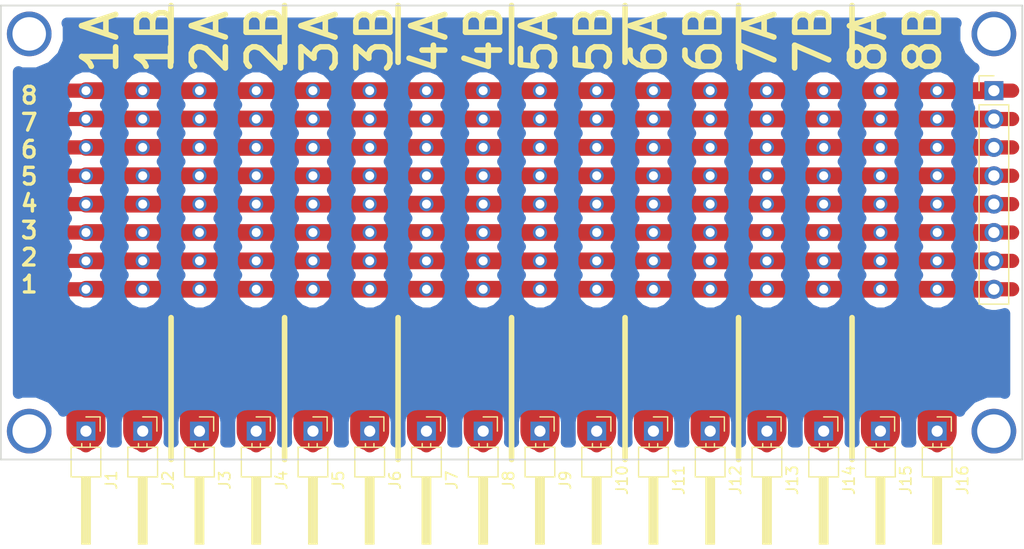
<source format=kicad_pcb>
(kicad_pcb (version 20171130) (host pcbnew 5.0.2-bee76a0~70~ubuntu16.04.1)

  (general
    (thickness 1.6)
    (drawings 20)
    (tracks 194)
    (zones 0)
    (modules 17)
    (nets 1)
  )

  (page A4)
  (layers
    (0 F.Cu signal)
    (31 B.Cu signal)
    (32 B.Adhes user)
    (33 F.Adhes user)
    (34 B.Paste user)
    (35 F.Paste user)
    (36 B.SilkS user)
    (37 F.SilkS user)
    (38 B.Mask user)
    (39 F.Mask user)
    (40 Dwgs.User user)
    (41 Cmts.User user)
    (42 Eco1.User user)
    (43 Eco2.User user)
    (44 Edge.Cuts user)
    (45 Margin user)
    (46 B.CrtYd user)
    (47 F.CrtYd user)
    (48 B.Fab user)
    (49 F.Fab user)
  )

  (setup
    (last_trace_width 1.27)
    (trace_clearance 0.2)
    (zone_clearance 1)
    (zone_45_only no)
    (trace_min 0.2)
    (segment_width 0.2)
    (edge_width 0.15)
    (via_size 0.8)
    (via_drill 0.4)
    (via_min_size 0.4)
    (via_min_drill 0.3)
    (uvia_size 0.3)
    (uvia_drill 0.1)
    (uvias_allowed no)
    (uvia_min_size 0.2)
    (uvia_min_drill 0.1)
    (pcb_text_width 0.3)
    (pcb_text_size 1.5 1.5)
    (mod_edge_width 0.15)
    (mod_text_size 1 1)
    (mod_text_width 0.15)
    (pad_size 1.524 1.524)
    (pad_drill 0.762)
    (pad_to_mask_clearance 0.051)
    (solder_mask_min_width 0.25)
    (aux_axis_origin 0 0)
    (visible_elements FFFFFF7F)
    (pcbplotparams
      (layerselection 0x010fc_ffffffff)
      (usegerberextensions false)
      (usegerberattributes false)
      (usegerberadvancedattributes false)
      (creategerberjobfile false)
      (excludeedgelayer true)
      (linewidth 0.100000)
      (plotframeref false)
      (viasonmask false)
      (mode 1)
      (useauxorigin false)
      (hpglpennumber 1)
      (hpglpenspeed 20)
      (hpglpendiameter 15.000000)
      (psnegative false)
      (psa4output false)
      (plotreference true)
      (plotvalue true)
      (plotinvisibletext false)
      (padsonsilk false)
      (subtractmaskfromsilk false)
      (outputformat 1)
      (mirror false)
      (drillshape 1)
      (scaleselection 1)
      (outputdirectory ""))
  )

  (net 0 "")

  (net_class Default "This is the default net class."
    (clearance 0.2)
    (trace_width 1.27)
    (via_dia 0.8)
    (via_drill 0.4)
    (uvia_dia 0.3)
    (uvia_drill 0.1)
  )

  (module Connector_PinHeader_2.54mm:PinHeader_1x01_P2.54mm_Horizontal (layer F.Cu) (tedit 59FED5CB) (tstamp 5D9875E3)
    (at 27.94 55.88 270)
    (descr "Through hole angled pin header, 1x01, 2.54mm pitch, 6mm pin length, single row")
    (tags "Through hole angled pin header THT 1x01 2.54mm single row")
    (path /5D98735B)
    (fp_text reference J1 (at 4.385 -2.27 270) (layer F.SilkS)
      (effects (font (size 1 1) (thickness 0.15)))
    )
    (fp_text value Input (at 4.385 2.27 270) (layer F.Fab)
      (effects (font (size 1 1) (thickness 0.15)))
    )
    (fp_text user %R (at 2.77 0) (layer F.Fab)
      (effects (font (size 1 1) (thickness 0.15)))
    )
    (fp_line (start 10.55 -1.8) (end -1.8 -1.8) (layer F.CrtYd) (width 0.05))
    (fp_line (start 10.55 1.8) (end 10.55 -1.8) (layer F.CrtYd) (width 0.05))
    (fp_line (start -1.8 1.8) (end 10.55 1.8) (layer F.CrtYd) (width 0.05))
    (fp_line (start -1.8 -1.8) (end -1.8 1.8) (layer F.CrtYd) (width 0.05))
    (fp_line (start -1.27 -1.27) (end 0 -1.27) (layer F.SilkS) (width 0.12))
    (fp_line (start -1.27 0) (end -1.27 -1.27) (layer F.SilkS) (width 0.12))
    (fp_line (start 1.11 0.38) (end 1.44 0.38) (layer F.SilkS) (width 0.12))
    (fp_line (start 1.11 -0.38) (end 1.44 -0.38) (layer F.SilkS) (width 0.12))
    (fp_line (start 4.1 0.28) (end 10.1 0.28) (layer F.SilkS) (width 0.12))
    (fp_line (start 4.1 0.16) (end 10.1 0.16) (layer F.SilkS) (width 0.12))
    (fp_line (start 4.1 0.04) (end 10.1 0.04) (layer F.SilkS) (width 0.12))
    (fp_line (start 4.1 -0.08) (end 10.1 -0.08) (layer F.SilkS) (width 0.12))
    (fp_line (start 4.1 -0.2) (end 10.1 -0.2) (layer F.SilkS) (width 0.12))
    (fp_line (start 4.1 -0.32) (end 10.1 -0.32) (layer F.SilkS) (width 0.12))
    (fp_line (start 10.1 0.38) (end 4.1 0.38) (layer F.SilkS) (width 0.12))
    (fp_line (start 10.1 -0.38) (end 10.1 0.38) (layer F.SilkS) (width 0.12))
    (fp_line (start 4.1 -0.38) (end 10.1 -0.38) (layer F.SilkS) (width 0.12))
    (fp_line (start 4.1 -1.33) (end 1.44 -1.33) (layer F.SilkS) (width 0.12))
    (fp_line (start 4.1 1.33) (end 4.1 -1.33) (layer F.SilkS) (width 0.12))
    (fp_line (start 1.44 1.33) (end 4.1 1.33) (layer F.SilkS) (width 0.12))
    (fp_line (start 1.44 -1.33) (end 1.44 1.33) (layer F.SilkS) (width 0.12))
    (fp_line (start 4.04 0.32) (end 10.04 0.32) (layer F.Fab) (width 0.1))
    (fp_line (start 10.04 -0.32) (end 10.04 0.32) (layer F.Fab) (width 0.1))
    (fp_line (start 4.04 -0.32) (end 10.04 -0.32) (layer F.Fab) (width 0.1))
    (fp_line (start -0.32 0.32) (end 1.5 0.32) (layer F.Fab) (width 0.1))
    (fp_line (start -0.32 -0.32) (end -0.32 0.32) (layer F.Fab) (width 0.1))
    (fp_line (start -0.32 -0.32) (end 1.5 -0.32) (layer F.Fab) (width 0.1))
    (fp_line (start 1.5 -0.635) (end 2.135 -1.27) (layer F.Fab) (width 0.1))
    (fp_line (start 1.5 1.27) (end 1.5 -0.635) (layer F.Fab) (width 0.1))
    (fp_line (start 4.04 1.27) (end 1.5 1.27) (layer F.Fab) (width 0.1))
    (fp_line (start 4.04 -1.27) (end 4.04 1.27) (layer F.Fab) (width 0.1))
    (fp_line (start 2.135 -1.27) (end 4.04 -1.27) (layer F.Fab) (width 0.1))
    (pad 1 thru_hole rect (at 0 0 270) (size 1.7 1.7) (drill 1) (layers *.Cu *.Mask))
    (model ${KISYS3DMOD}/Connector_PinHeader_2.54mm.3dshapes/PinHeader_1x01_P2.54mm_Horizontal.wrl
      (at (xyz 0 0 0))
      (scale (xyz 1 1 1))
      (rotate (xyz 0 0 0))
    )
  )

  (module Connector_PinHeader_2.54mm:PinHeader_1x01_P2.54mm_Horizontal (layer F.Cu) (tedit 59FED5CB) (tstamp 5D987608)
    (at 33.02 55.88 270)
    (descr "Through hole angled pin header, 1x01, 2.54mm pitch, 6mm pin length, single row")
    (tags "Through hole angled pin header THT 1x01 2.54mm single row")
    (path /5D987403)
    (fp_text reference J2 (at 4.385 -2.27 270) (layer F.SilkS)
      (effects (font (size 1 1) (thickness 0.15)))
    )
    (fp_text value Input (at 4.385 2.27 270) (layer F.Fab)
      (effects (font (size 1 1) (thickness 0.15)))
    )
    (fp_line (start 2.135 -1.27) (end 4.04 -1.27) (layer F.Fab) (width 0.1))
    (fp_line (start 4.04 -1.27) (end 4.04 1.27) (layer F.Fab) (width 0.1))
    (fp_line (start 4.04 1.27) (end 1.5 1.27) (layer F.Fab) (width 0.1))
    (fp_line (start 1.5 1.27) (end 1.5 -0.635) (layer F.Fab) (width 0.1))
    (fp_line (start 1.5 -0.635) (end 2.135 -1.27) (layer F.Fab) (width 0.1))
    (fp_line (start -0.32 -0.32) (end 1.5 -0.32) (layer F.Fab) (width 0.1))
    (fp_line (start -0.32 -0.32) (end -0.32 0.32) (layer F.Fab) (width 0.1))
    (fp_line (start -0.32 0.32) (end 1.5 0.32) (layer F.Fab) (width 0.1))
    (fp_line (start 4.04 -0.32) (end 10.04 -0.32) (layer F.Fab) (width 0.1))
    (fp_line (start 10.04 -0.32) (end 10.04 0.32) (layer F.Fab) (width 0.1))
    (fp_line (start 4.04 0.32) (end 10.04 0.32) (layer F.Fab) (width 0.1))
    (fp_line (start 1.44 -1.33) (end 1.44 1.33) (layer F.SilkS) (width 0.12))
    (fp_line (start 1.44 1.33) (end 4.1 1.33) (layer F.SilkS) (width 0.12))
    (fp_line (start 4.1 1.33) (end 4.1 -1.33) (layer F.SilkS) (width 0.12))
    (fp_line (start 4.1 -1.33) (end 1.44 -1.33) (layer F.SilkS) (width 0.12))
    (fp_line (start 4.1 -0.38) (end 10.1 -0.38) (layer F.SilkS) (width 0.12))
    (fp_line (start 10.1 -0.38) (end 10.1 0.38) (layer F.SilkS) (width 0.12))
    (fp_line (start 10.1 0.38) (end 4.1 0.38) (layer F.SilkS) (width 0.12))
    (fp_line (start 4.1 -0.32) (end 10.1 -0.32) (layer F.SilkS) (width 0.12))
    (fp_line (start 4.1 -0.2) (end 10.1 -0.2) (layer F.SilkS) (width 0.12))
    (fp_line (start 4.1 -0.08) (end 10.1 -0.08) (layer F.SilkS) (width 0.12))
    (fp_line (start 4.1 0.04) (end 10.1 0.04) (layer F.SilkS) (width 0.12))
    (fp_line (start 4.1 0.16) (end 10.1 0.16) (layer F.SilkS) (width 0.12))
    (fp_line (start 4.1 0.28) (end 10.1 0.28) (layer F.SilkS) (width 0.12))
    (fp_line (start 1.11 -0.38) (end 1.44 -0.38) (layer F.SilkS) (width 0.12))
    (fp_line (start 1.11 0.38) (end 1.44 0.38) (layer F.SilkS) (width 0.12))
    (fp_line (start -1.27 0) (end -1.27 -1.27) (layer F.SilkS) (width 0.12))
    (fp_line (start -1.27 -1.27) (end 0 -1.27) (layer F.SilkS) (width 0.12))
    (fp_line (start -1.8 -1.8) (end -1.8 1.8) (layer F.CrtYd) (width 0.05))
    (fp_line (start -1.8 1.8) (end 10.55 1.8) (layer F.CrtYd) (width 0.05))
    (fp_line (start 10.55 1.8) (end 10.55 -1.8) (layer F.CrtYd) (width 0.05))
    (fp_line (start 10.55 -1.8) (end -1.8 -1.8) (layer F.CrtYd) (width 0.05))
    (fp_text user %R (at 2.77 0) (layer F.Fab)
      (effects (font (size 1 1) (thickness 0.15)))
    )
    (pad 1 thru_hole rect (at 0 0 270) (size 1.7 1.7) (drill 1) (layers *.Cu *.Mask))
    (model ${KISYS3DMOD}/Connector_PinHeader_2.54mm.3dshapes/PinHeader_1x01_P2.54mm_Horizontal.wrl
      (at (xyz 0 0 0))
      (scale (xyz 1 1 1))
      (rotate (xyz 0 0 0))
    )
  )

  (module Connector_PinHeader_2.54mm:PinHeader_1x01_P2.54mm_Horizontal (layer F.Cu) (tedit 59FED5CB) (tstamp 5D987652)
    (at 38.1 55.88 270)
    (descr "Through hole angled pin header, 1x01, 2.54mm pitch, 6mm pin length, single row")
    (tags "Through hole angled pin header THT 1x01 2.54mm single row")
    (path /5D987435)
    (fp_text reference J3 (at 4.385 -2.27 270) (layer F.SilkS)
      (effects (font (size 1 1) (thickness 0.15)))
    )
    (fp_text value Input (at 4.385 2.27 270) (layer F.Fab)
      (effects (font (size 1 1) (thickness 0.15)))
    )
    (fp_text user %R (at 2.77 0) (layer F.Fab)
      (effects (font (size 1 1) (thickness 0.15)))
    )
    (fp_line (start 10.55 -1.8) (end -1.8 -1.8) (layer F.CrtYd) (width 0.05))
    (fp_line (start 10.55 1.8) (end 10.55 -1.8) (layer F.CrtYd) (width 0.05))
    (fp_line (start -1.8 1.8) (end 10.55 1.8) (layer F.CrtYd) (width 0.05))
    (fp_line (start -1.8 -1.8) (end -1.8 1.8) (layer F.CrtYd) (width 0.05))
    (fp_line (start -1.27 -1.27) (end 0 -1.27) (layer F.SilkS) (width 0.12))
    (fp_line (start -1.27 0) (end -1.27 -1.27) (layer F.SilkS) (width 0.12))
    (fp_line (start 1.11 0.38) (end 1.44 0.38) (layer F.SilkS) (width 0.12))
    (fp_line (start 1.11 -0.38) (end 1.44 -0.38) (layer F.SilkS) (width 0.12))
    (fp_line (start 4.1 0.28) (end 10.1 0.28) (layer F.SilkS) (width 0.12))
    (fp_line (start 4.1 0.16) (end 10.1 0.16) (layer F.SilkS) (width 0.12))
    (fp_line (start 4.1 0.04) (end 10.1 0.04) (layer F.SilkS) (width 0.12))
    (fp_line (start 4.1 -0.08) (end 10.1 -0.08) (layer F.SilkS) (width 0.12))
    (fp_line (start 4.1 -0.2) (end 10.1 -0.2) (layer F.SilkS) (width 0.12))
    (fp_line (start 4.1 -0.32) (end 10.1 -0.32) (layer F.SilkS) (width 0.12))
    (fp_line (start 10.1 0.38) (end 4.1 0.38) (layer F.SilkS) (width 0.12))
    (fp_line (start 10.1 -0.38) (end 10.1 0.38) (layer F.SilkS) (width 0.12))
    (fp_line (start 4.1 -0.38) (end 10.1 -0.38) (layer F.SilkS) (width 0.12))
    (fp_line (start 4.1 -1.33) (end 1.44 -1.33) (layer F.SilkS) (width 0.12))
    (fp_line (start 4.1 1.33) (end 4.1 -1.33) (layer F.SilkS) (width 0.12))
    (fp_line (start 1.44 1.33) (end 4.1 1.33) (layer F.SilkS) (width 0.12))
    (fp_line (start 1.44 -1.33) (end 1.44 1.33) (layer F.SilkS) (width 0.12))
    (fp_line (start 4.04 0.32) (end 10.04 0.32) (layer F.Fab) (width 0.1))
    (fp_line (start 10.04 -0.32) (end 10.04 0.32) (layer F.Fab) (width 0.1))
    (fp_line (start 4.04 -0.32) (end 10.04 -0.32) (layer F.Fab) (width 0.1))
    (fp_line (start -0.32 0.32) (end 1.5 0.32) (layer F.Fab) (width 0.1))
    (fp_line (start -0.32 -0.32) (end -0.32 0.32) (layer F.Fab) (width 0.1))
    (fp_line (start -0.32 -0.32) (end 1.5 -0.32) (layer F.Fab) (width 0.1))
    (fp_line (start 1.5 -0.635) (end 2.135 -1.27) (layer F.Fab) (width 0.1))
    (fp_line (start 1.5 1.27) (end 1.5 -0.635) (layer F.Fab) (width 0.1))
    (fp_line (start 4.04 1.27) (end 1.5 1.27) (layer F.Fab) (width 0.1))
    (fp_line (start 4.04 -1.27) (end 4.04 1.27) (layer F.Fab) (width 0.1))
    (fp_line (start 2.135 -1.27) (end 4.04 -1.27) (layer F.Fab) (width 0.1))
    (pad 1 thru_hole rect (at 0 0 270) (size 1.7 1.7) (drill 1) (layers *.Cu *.Mask))
    (model ${KISYS3DMOD}/Connector_PinHeader_2.54mm.3dshapes/PinHeader_1x01_P2.54mm_Horizontal.wrl
      (at (xyz 0 0 0))
      (scale (xyz 1 1 1))
      (rotate (xyz 0 0 0))
    )
  )

  (module Connector_PinHeader_2.54mm:PinHeader_1x01_P2.54mm_Horizontal (layer F.Cu) (tedit 59FED5CB) (tstamp 5D987E85)
    (at 43.18 55.88 270)
    (descr "Through hole angled pin header, 1x01, 2.54mm pitch, 6mm pin length, single row")
    (tags "Through hole angled pin header THT 1x01 2.54mm single row")
    (path /5D98744F)
    (fp_text reference J4 (at 4.385 -2.27 270) (layer F.SilkS)
      (effects (font (size 1 1) (thickness 0.15)))
    )
    (fp_text value Input (at 4.385 2.27 270) (layer F.Fab)
      (effects (font (size 1 1) (thickness 0.15)))
    )
    (fp_line (start 2.135 -1.27) (end 4.04 -1.27) (layer F.Fab) (width 0.1))
    (fp_line (start 4.04 -1.27) (end 4.04 1.27) (layer F.Fab) (width 0.1))
    (fp_line (start 4.04 1.27) (end 1.5 1.27) (layer F.Fab) (width 0.1))
    (fp_line (start 1.5 1.27) (end 1.5 -0.635) (layer F.Fab) (width 0.1))
    (fp_line (start 1.5 -0.635) (end 2.135 -1.27) (layer F.Fab) (width 0.1))
    (fp_line (start -0.32 -0.32) (end 1.5 -0.32) (layer F.Fab) (width 0.1))
    (fp_line (start -0.32 -0.32) (end -0.32 0.32) (layer F.Fab) (width 0.1))
    (fp_line (start -0.32 0.32) (end 1.5 0.32) (layer F.Fab) (width 0.1))
    (fp_line (start 4.04 -0.32) (end 10.04 -0.32) (layer F.Fab) (width 0.1))
    (fp_line (start 10.04 -0.32) (end 10.04 0.32) (layer F.Fab) (width 0.1))
    (fp_line (start 4.04 0.32) (end 10.04 0.32) (layer F.Fab) (width 0.1))
    (fp_line (start 1.44 -1.33) (end 1.44 1.33) (layer F.SilkS) (width 0.12))
    (fp_line (start 1.44 1.33) (end 4.1 1.33) (layer F.SilkS) (width 0.12))
    (fp_line (start 4.1 1.33) (end 4.1 -1.33) (layer F.SilkS) (width 0.12))
    (fp_line (start 4.1 -1.33) (end 1.44 -1.33) (layer F.SilkS) (width 0.12))
    (fp_line (start 4.1 -0.38) (end 10.1 -0.38) (layer F.SilkS) (width 0.12))
    (fp_line (start 10.1 -0.38) (end 10.1 0.38) (layer F.SilkS) (width 0.12))
    (fp_line (start 10.1 0.38) (end 4.1 0.38) (layer F.SilkS) (width 0.12))
    (fp_line (start 4.1 -0.32) (end 10.1 -0.32) (layer F.SilkS) (width 0.12))
    (fp_line (start 4.1 -0.2) (end 10.1 -0.2) (layer F.SilkS) (width 0.12))
    (fp_line (start 4.1 -0.08) (end 10.1 -0.08) (layer F.SilkS) (width 0.12))
    (fp_line (start 4.1 0.04) (end 10.1 0.04) (layer F.SilkS) (width 0.12))
    (fp_line (start 4.1 0.16) (end 10.1 0.16) (layer F.SilkS) (width 0.12))
    (fp_line (start 4.1 0.28) (end 10.1 0.28) (layer F.SilkS) (width 0.12))
    (fp_line (start 1.11 -0.38) (end 1.44 -0.38) (layer F.SilkS) (width 0.12))
    (fp_line (start 1.11 0.38) (end 1.44 0.38) (layer F.SilkS) (width 0.12))
    (fp_line (start -1.27 0) (end -1.27 -1.27) (layer F.SilkS) (width 0.12))
    (fp_line (start -1.27 -1.27) (end 0 -1.27) (layer F.SilkS) (width 0.12))
    (fp_line (start -1.8 -1.8) (end -1.8 1.8) (layer F.CrtYd) (width 0.05))
    (fp_line (start -1.8 1.8) (end 10.55 1.8) (layer F.CrtYd) (width 0.05))
    (fp_line (start 10.55 1.8) (end 10.55 -1.8) (layer F.CrtYd) (width 0.05))
    (fp_line (start 10.55 -1.8) (end -1.8 -1.8) (layer F.CrtYd) (width 0.05))
    (fp_text user %R (at 2.77 0) (layer F.Fab)
      (effects (font (size 1 1) (thickness 0.15)))
    )
    (pad 1 thru_hole rect (at 0 0 270) (size 1.7 1.7) (drill 1) (layers *.Cu *.Mask))
    (model ${KISYS3DMOD}/Connector_PinHeader_2.54mm.3dshapes/PinHeader_1x01_P2.54mm_Horizontal.wrl
      (at (xyz 0 0 0))
      (scale (xyz 1 1 1))
      (rotate (xyz 0 0 0))
    )
  )

  (module Connector_PinHeader_2.54mm:PinHeader_1x01_P2.54mm_Horizontal (layer F.Cu) (tedit 59FED5CB) (tstamp 5D98769E)
    (at 48.26 55.88 270)
    (descr "Through hole angled pin header, 1x01, 2.54mm pitch, 6mm pin length, single row")
    (tags "Through hole angled pin header THT 1x01 2.54mm single row")
    (path /5D987520)
    (fp_text reference J5 (at 4.385 -2.27 270) (layer F.SilkS)
      (effects (font (size 1 1) (thickness 0.15)))
    )
    (fp_text value Input (at 4.385 2.27 270) (layer F.Fab)
      (effects (font (size 1 1) (thickness 0.15)))
    )
    (fp_text user %R (at 2.77 0) (layer F.Fab)
      (effects (font (size 1 1) (thickness 0.15)))
    )
    (fp_line (start 10.55 -1.8) (end -1.8 -1.8) (layer F.CrtYd) (width 0.05))
    (fp_line (start 10.55 1.8) (end 10.55 -1.8) (layer F.CrtYd) (width 0.05))
    (fp_line (start -1.8 1.8) (end 10.55 1.8) (layer F.CrtYd) (width 0.05))
    (fp_line (start -1.8 -1.8) (end -1.8 1.8) (layer F.CrtYd) (width 0.05))
    (fp_line (start -1.27 -1.27) (end 0 -1.27) (layer F.SilkS) (width 0.12))
    (fp_line (start -1.27 0) (end -1.27 -1.27) (layer F.SilkS) (width 0.12))
    (fp_line (start 1.11 0.38) (end 1.44 0.38) (layer F.SilkS) (width 0.12))
    (fp_line (start 1.11 -0.38) (end 1.44 -0.38) (layer F.SilkS) (width 0.12))
    (fp_line (start 4.1 0.28) (end 10.1 0.28) (layer F.SilkS) (width 0.12))
    (fp_line (start 4.1 0.16) (end 10.1 0.16) (layer F.SilkS) (width 0.12))
    (fp_line (start 4.1 0.04) (end 10.1 0.04) (layer F.SilkS) (width 0.12))
    (fp_line (start 4.1 -0.08) (end 10.1 -0.08) (layer F.SilkS) (width 0.12))
    (fp_line (start 4.1 -0.2) (end 10.1 -0.2) (layer F.SilkS) (width 0.12))
    (fp_line (start 4.1 -0.32) (end 10.1 -0.32) (layer F.SilkS) (width 0.12))
    (fp_line (start 10.1 0.38) (end 4.1 0.38) (layer F.SilkS) (width 0.12))
    (fp_line (start 10.1 -0.38) (end 10.1 0.38) (layer F.SilkS) (width 0.12))
    (fp_line (start 4.1 -0.38) (end 10.1 -0.38) (layer F.SilkS) (width 0.12))
    (fp_line (start 4.1 -1.33) (end 1.44 -1.33) (layer F.SilkS) (width 0.12))
    (fp_line (start 4.1 1.33) (end 4.1 -1.33) (layer F.SilkS) (width 0.12))
    (fp_line (start 1.44 1.33) (end 4.1 1.33) (layer F.SilkS) (width 0.12))
    (fp_line (start 1.44 -1.33) (end 1.44 1.33) (layer F.SilkS) (width 0.12))
    (fp_line (start 4.04 0.32) (end 10.04 0.32) (layer F.Fab) (width 0.1))
    (fp_line (start 10.04 -0.32) (end 10.04 0.32) (layer F.Fab) (width 0.1))
    (fp_line (start 4.04 -0.32) (end 10.04 -0.32) (layer F.Fab) (width 0.1))
    (fp_line (start -0.32 0.32) (end 1.5 0.32) (layer F.Fab) (width 0.1))
    (fp_line (start -0.32 -0.32) (end -0.32 0.32) (layer F.Fab) (width 0.1))
    (fp_line (start -0.32 -0.32) (end 1.5 -0.32) (layer F.Fab) (width 0.1))
    (fp_line (start 1.5 -0.635) (end 2.135 -1.27) (layer F.Fab) (width 0.1))
    (fp_line (start 1.5 1.27) (end 1.5 -0.635) (layer F.Fab) (width 0.1))
    (fp_line (start 4.04 1.27) (end 1.5 1.27) (layer F.Fab) (width 0.1))
    (fp_line (start 4.04 -1.27) (end 4.04 1.27) (layer F.Fab) (width 0.1))
    (fp_line (start 2.135 -1.27) (end 4.04 -1.27) (layer F.Fab) (width 0.1))
    (pad 1 thru_hole rect (at 0 0 270) (size 1.7 1.7) (drill 1) (layers *.Cu *.Mask))
    (model ${KISYS3DMOD}/Connector_PinHeader_2.54mm.3dshapes/PinHeader_1x01_P2.54mm_Horizontal.wrl
      (at (xyz 0 0 0))
      (scale (xyz 1 1 1))
      (rotate (xyz 0 0 0))
    )
  )

  (module Connector_PinHeader_2.54mm:PinHeader_1x01_P2.54mm_Horizontal (layer F.Cu) (tedit 59FED5CB) (tstamp 5D9876C4)
    (at 53.34 55.88 270)
    (descr "Through hole angled pin header, 1x01, 2.54mm pitch, 6mm pin length, single row")
    (tags "Through hole angled pin header THT 1x01 2.54mm single row")
    (path /5D987526)
    (fp_text reference J6 (at 4.385 -2.27 270) (layer F.SilkS)
      (effects (font (size 1 1) (thickness 0.15)))
    )
    (fp_text value Input (at 4.385 2.27 270) (layer F.Fab)
      (effects (font (size 1 1) (thickness 0.15)))
    )
    (fp_line (start 2.135 -1.27) (end 4.04 -1.27) (layer F.Fab) (width 0.1))
    (fp_line (start 4.04 -1.27) (end 4.04 1.27) (layer F.Fab) (width 0.1))
    (fp_line (start 4.04 1.27) (end 1.5 1.27) (layer F.Fab) (width 0.1))
    (fp_line (start 1.5 1.27) (end 1.5 -0.635) (layer F.Fab) (width 0.1))
    (fp_line (start 1.5 -0.635) (end 2.135 -1.27) (layer F.Fab) (width 0.1))
    (fp_line (start -0.32 -0.32) (end 1.5 -0.32) (layer F.Fab) (width 0.1))
    (fp_line (start -0.32 -0.32) (end -0.32 0.32) (layer F.Fab) (width 0.1))
    (fp_line (start -0.32 0.32) (end 1.5 0.32) (layer F.Fab) (width 0.1))
    (fp_line (start 4.04 -0.32) (end 10.04 -0.32) (layer F.Fab) (width 0.1))
    (fp_line (start 10.04 -0.32) (end 10.04 0.32) (layer F.Fab) (width 0.1))
    (fp_line (start 4.04 0.32) (end 10.04 0.32) (layer F.Fab) (width 0.1))
    (fp_line (start 1.44 -1.33) (end 1.44 1.33) (layer F.SilkS) (width 0.12))
    (fp_line (start 1.44 1.33) (end 4.1 1.33) (layer F.SilkS) (width 0.12))
    (fp_line (start 4.1 1.33) (end 4.1 -1.33) (layer F.SilkS) (width 0.12))
    (fp_line (start 4.1 -1.33) (end 1.44 -1.33) (layer F.SilkS) (width 0.12))
    (fp_line (start 4.1 -0.38) (end 10.1 -0.38) (layer F.SilkS) (width 0.12))
    (fp_line (start 10.1 -0.38) (end 10.1 0.38) (layer F.SilkS) (width 0.12))
    (fp_line (start 10.1 0.38) (end 4.1 0.38) (layer F.SilkS) (width 0.12))
    (fp_line (start 4.1 -0.32) (end 10.1 -0.32) (layer F.SilkS) (width 0.12))
    (fp_line (start 4.1 -0.2) (end 10.1 -0.2) (layer F.SilkS) (width 0.12))
    (fp_line (start 4.1 -0.08) (end 10.1 -0.08) (layer F.SilkS) (width 0.12))
    (fp_line (start 4.1 0.04) (end 10.1 0.04) (layer F.SilkS) (width 0.12))
    (fp_line (start 4.1 0.16) (end 10.1 0.16) (layer F.SilkS) (width 0.12))
    (fp_line (start 4.1 0.28) (end 10.1 0.28) (layer F.SilkS) (width 0.12))
    (fp_line (start 1.11 -0.38) (end 1.44 -0.38) (layer F.SilkS) (width 0.12))
    (fp_line (start 1.11 0.38) (end 1.44 0.38) (layer F.SilkS) (width 0.12))
    (fp_line (start -1.27 0) (end -1.27 -1.27) (layer F.SilkS) (width 0.12))
    (fp_line (start -1.27 -1.27) (end 0 -1.27) (layer F.SilkS) (width 0.12))
    (fp_line (start -1.8 -1.8) (end -1.8 1.8) (layer F.CrtYd) (width 0.05))
    (fp_line (start -1.8 1.8) (end 10.55 1.8) (layer F.CrtYd) (width 0.05))
    (fp_line (start 10.55 1.8) (end 10.55 -1.8) (layer F.CrtYd) (width 0.05))
    (fp_line (start 10.55 -1.8) (end -1.8 -1.8) (layer F.CrtYd) (width 0.05))
    (fp_text user %R (at 2.77 0) (layer F.Fab)
      (effects (font (size 1 1) (thickness 0.15)))
    )
    (pad 1 thru_hole rect (at 0 0 270) (size 1.7 1.7) (drill 1) (layers *.Cu *.Mask))
    (model ${KISYS3DMOD}/Connector_PinHeader_2.54mm.3dshapes/PinHeader_1x01_P2.54mm_Horizontal.wrl
      (at (xyz 0 0 0))
      (scale (xyz 1 1 1))
      (rotate (xyz 0 0 0))
    )
  )

  (module Connector_PinHeader_2.54mm:PinHeader_1x01_P2.54mm_Horizontal (layer F.Cu) (tedit 59FED5CB) (tstamp 5D9876EA)
    (at 58.42 55.88 270)
    (descr "Through hole angled pin header, 1x01, 2.54mm pitch, 6mm pin length, single row")
    (tags "Through hole angled pin header THT 1x01 2.54mm single row")
    (path /5D98752C)
    (fp_text reference J7 (at 4.385 -2.27 270) (layer F.SilkS)
      (effects (font (size 1 1) (thickness 0.15)))
    )
    (fp_text value Input (at 4.385 2.27 270) (layer F.Fab)
      (effects (font (size 1 1) (thickness 0.15)))
    )
    (fp_text user %R (at 2.77 0) (layer F.Fab)
      (effects (font (size 1 1) (thickness 0.15)))
    )
    (fp_line (start 10.55 -1.8) (end -1.8 -1.8) (layer F.CrtYd) (width 0.05))
    (fp_line (start 10.55 1.8) (end 10.55 -1.8) (layer F.CrtYd) (width 0.05))
    (fp_line (start -1.8 1.8) (end 10.55 1.8) (layer F.CrtYd) (width 0.05))
    (fp_line (start -1.8 -1.8) (end -1.8 1.8) (layer F.CrtYd) (width 0.05))
    (fp_line (start -1.27 -1.27) (end 0 -1.27) (layer F.SilkS) (width 0.12))
    (fp_line (start -1.27 0) (end -1.27 -1.27) (layer F.SilkS) (width 0.12))
    (fp_line (start 1.11 0.38) (end 1.44 0.38) (layer F.SilkS) (width 0.12))
    (fp_line (start 1.11 -0.38) (end 1.44 -0.38) (layer F.SilkS) (width 0.12))
    (fp_line (start 4.1 0.28) (end 10.1 0.28) (layer F.SilkS) (width 0.12))
    (fp_line (start 4.1 0.16) (end 10.1 0.16) (layer F.SilkS) (width 0.12))
    (fp_line (start 4.1 0.04) (end 10.1 0.04) (layer F.SilkS) (width 0.12))
    (fp_line (start 4.1 -0.08) (end 10.1 -0.08) (layer F.SilkS) (width 0.12))
    (fp_line (start 4.1 -0.2) (end 10.1 -0.2) (layer F.SilkS) (width 0.12))
    (fp_line (start 4.1 -0.32) (end 10.1 -0.32) (layer F.SilkS) (width 0.12))
    (fp_line (start 10.1 0.38) (end 4.1 0.38) (layer F.SilkS) (width 0.12))
    (fp_line (start 10.1 -0.38) (end 10.1 0.38) (layer F.SilkS) (width 0.12))
    (fp_line (start 4.1 -0.38) (end 10.1 -0.38) (layer F.SilkS) (width 0.12))
    (fp_line (start 4.1 -1.33) (end 1.44 -1.33) (layer F.SilkS) (width 0.12))
    (fp_line (start 4.1 1.33) (end 4.1 -1.33) (layer F.SilkS) (width 0.12))
    (fp_line (start 1.44 1.33) (end 4.1 1.33) (layer F.SilkS) (width 0.12))
    (fp_line (start 1.44 -1.33) (end 1.44 1.33) (layer F.SilkS) (width 0.12))
    (fp_line (start 4.04 0.32) (end 10.04 0.32) (layer F.Fab) (width 0.1))
    (fp_line (start 10.04 -0.32) (end 10.04 0.32) (layer F.Fab) (width 0.1))
    (fp_line (start 4.04 -0.32) (end 10.04 -0.32) (layer F.Fab) (width 0.1))
    (fp_line (start -0.32 0.32) (end 1.5 0.32) (layer F.Fab) (width 0.1))
    (fp_line (start -0.32 -0.32) (end -0.32 0.32) (layer F.Fab) (width 0.1))
    (fp_line (start -0.32 -0.32) (end 1.5 -0.32) (layer F.Fab) (width 0.1))
    (fp_line (start 1.5 -0.635) (end 2.135 -1.27) (layer F.Fab) (width 0.1))
    (fp_line (start 1.5 1.27) (end 1.5 -0.635) (layer F.Fab) (width 0.1))
    (fp_line (start 4.04 1.27) (end 1.5 1.27) (layer F.Fab) (width 0.1))
    (fp_line (start 4.04 -1.27) (end 4.04 1.27) (layer F.Fab) (width 0.1))
    (fp_line (start 2.135 -1.27) (end 4.04 -1.27) (layer F.Fab) (width 0.1))
    (pad 1 thru_hole rect (at 0 0 270) (size 1.7 1.7) (drill 1) (layers *.Cu *.Mask))
    (model ${KISYS3DMOD}/Connector_PinHeader_2.54mm.3dshapes/PinHeader_1x01_P2.54mm_Horizontal.wrl
      (at (xyz 0 0 0))
      (scale (xyz 1 1 1))
      (rotate (xyz 0 0 0))
    )
  )

  (module Connector_PinHeader_2.54mm:PinHeader_1x01_P2.54mm_Horizontal (layer F.Cu) (tedit 59FED5CB) (tstamp 5D987710)
    (at 63.5 55.88 270)
    (descr "Through hole angled pin header, 1x01, 2.54mm pitch, 6mm pin length, single row")
    (tags "Through hole angled pin header THT 1x01 2.54mm single row")
    (path /5D987532)
    (fp_text reference J8 (at 4.385 -2.27 270) (layer F.SilkS)
      (effects (font (size 1 1) (thickness 0.15)))
    )
    (fp_text value Input (at 4.385 2.27 270) (layer F.Fab)
      (effects (font (size 1 1) (thickness 0.15)))
    )
    (fp_line (start 2.135 -1.27) (end 4.04 -1.27) (layer F.Fab) (width 0.1))
    (fp_line (start 4.04 -1.27) (end 4.04 1.27) (layer F.Fab) (width 0.1))
    (fp_line (start 4.04 1.27) (end 1.5 1.27) (layer F.Fab) (width 0.1))
    (fp_line (start 1.5 1.27) (end 1.5 -0.635) (layer F.Fab) (width 0.1))
    (fp_line (start 1.5 -0.635) (end 2.135 -1.27) (layer F.Fab) (width 0.1))
    (fp_line (start -0.32 -0.32) (end 1.5 -0.32) (layer F.Fab) (width 0.1))
    (fp_line (start -0.32 -0.32) (end -0.32 0.32) (layer F.Fab) (width 0.1))
    (fp_line (start -0.32 0.32) (end 1.5 0.32) (layer F.Fab) (width 0.1))
    (fp_line (start 4.04 -0.32) (end 10.04 -0.32) (layer F.Fab) (width 0.1))
    (fp_line (start 10.04 -0.32) (end 10.04 0.32) (layer F.Fab) (width 0.1))
    (fp_line (start 4.04 0.32) (end 10.04 0.32) (layer F.Fab) (width 0.1))
    (fp_line (start 1.44 -1.33) (end 1.44 1.33) (layer F.SilkS) (width 0.12))
    (fp_line (start 1.44 1.33) (end 4.1 1.33) (layer F.SilkS) (width 0.12))
    (fp_line (start 4.1 1.33) (end 4.1 -1.33) (layer F.SilkS) (width 0.12))
    (fp_line (start 4.1 -1.33) (end 1.44 -1.33) (layer F.SilkS) (width 0.12))
    (fp_line (start 4.1 -0.38) (end 10.1 -0.38) (layer F.SilkS) (width 0.12))
    (fp_line (start 10.1 -0.38) (end 10.1 0.38) (layer F.SilkS) (width 0.12))
    (fp_line (start 10.1 0.38) (end 4.1 0.38) (layer F.SilkS) (width 0.12))
    (fp_line (start 4.1 -0.32) (end 10.1 -0.32) (layer F.SilkS) (width 0.12))
    (fp_line (start 4.1 -0.2) (end 10.1 -0.2) (layer F.SilkS) (width 0.12))
    (fp_line (start 4.1 -0.08) (end 10.1 -0.08) (layer F.SilkS) (width 0.12))
    (fp_line (start 4.1 0.04) (end 10.1 0.04) (layer F.SilkS) (width 0.12))
    (fp_line (start 4.1 0.16) (end 10.1 0.16) (layer F.SilkS) (width 0.12))
    (fp_line (start 4.1 0.28) (end 10.1 0.28) (layer F.SilkS) (width 0.12))
    (fp_line (start 1.11 -0.38) (end 1.44 -0.38) (layer F.SilkS) (width 0.12))
    (fp_line (start 1.11 0.38) (end 1.44 0.38) (layer F.SilkS) (width 0.12))
    (fp_line (start -1.27 0) (end -1.27 -1.27) (layer F.SilkS) (width 0.12))
    (fp_line (start -1.27 -1.27) (end 0 -1.27) (layer F.SilkS) (width 0.12))
    (fp_line (start -1.8 -1.8) (end -1.8 1.8) (layer F.CrtYd) (width 0.05))
    (fp_line (start -1.8 1.8) (end 10.55 1.8) (layer F.CrtYd) (width 0.05))
    (fp_line (start 10.55 1.8) (end 10.55 -1.8) (layer F.CrtYd) (width 0.05))
    (fp_line (start 10.55 -1.8) (end -1.8 -1.8) (layer F.CrtYd) (width 0.05))
    (fp_text user %R (at 2.77 0) (layer F.Fab)
      (effects (font (size 1 1) (thickness 0.15)))
    )
    (pad 1 thru_hole rect (at 0 0 270) (size 1.7 1.7) (drill 1) (layers *.Cu *.Mask))
    (model ${KISYS3DMOD}/Connector_PinHeader_2.54mm.3dshapes/PinHeader_1x01_P2.54mm_Horizontal.wrl
      (at (xyz 0 0 0))
      (scale (xyz 1 1 1))
      (rotate (xyz 0 0 0))
    )
  )

  (module Connector_PinHeader_2.54mm:PinHeader_1x01_P2.54mm_Horizontal (layer F.Cu) (tedit 59FED5CB) (tstamp 5D987736)
    (at 68.58 55.88 270)
    (descr "Through hole angled pin header, 1x01, 2.54mm pitch, 6mm pin length, single row")
    (tags "Through hole angled pin header THT 1x01 2.54mm single row")
    (path /5D98775A)
    (fp_text reference J9 (at 4.385 -2.27 270) (layer F.SilkS)
      (effects (font (size 1 1) (thickness 0.15)))
    )
    (fp_text value Input (at 4.385 2.27 270) (layer F.Fab)
      (effects (font (size 1 1) (thickness 0.15)))
    )
    (fp_line (start 2.135 -1.27) (end 4.04 -1.27) (layer F.Fab) (width 0.1))
    (fp_line (start 4.04 -1.27) (end 4.04 1.27) (layer F.Fab) (width 0.1))
    (fp_line (start 4.04 1.27) (end 1.5 1.27) (layer F.Fab) (width 0.1))
    (fp_line (start 1.5 1.27) (end 1.5 -0.635) (layer F.Fab) (width 0.1))
    (fp_line (start 1.5 -0.635) (end 2.135 -1.27) (layer F.Fab) (width 0.1))
    (fp_line (start -0.32 -0.32) (end 1.5 -0.32) (layer F.Fab) (width 0.1))
    (fp_line (start -0.32 -0.32) (end -0.32 0.32) (layer F.Fab) (width 0.1))
    (fp_line (start -0.32 0.32) (end 1.5 0.32) (layer F.Fab) (width 0.1))
    (fp_line (start 4.04 -0.32) (end 10.04 -0.32) (layer F.Fab) (width 0.1))
    (fp_line (start 10.04 -0.32) (end 10.04 0.32) (layer F.Fab) (width 0.1))
    (fp_line (start 4.04 0.32) (end 10.04 0.32) (layer F.Fab) (width 0.1))
    (fp_line (start 1.44 -1.33) (end 1.44 1.33) (layer F.SilkS) (width 0.12))
    (fp_line (start 1.44 1.33) (end 4.1 1.33) (layer F.SilkS) (width 0.12))
    (fp_line (start 4.1 1.33) (end 4.1 -1.33) (layer F.SilkS) (width 0.12))
    (fp_line (start 4.1 -1.33) (end 1.44 -1.33) (layer F.SilkS) (width 0.12))
    (fp_line (start 4.1 -0.38) (end 10.1 -0.38) (layer F.SilkS) (width 0.12))
    (fp_line (start 10.1 -0.38) (end 10.1 0.38) (layer F.SilkS) (width 0.12))
    (fp_line (start 10.1 0.38) (end 4.1 0.38) (layer F.SilkS) (width 0.12))
    (fp_line (start 4.1 -0.32) (end 10.1 -0.32) (layer F.SilkS) (width 0.12))
    (fp_line (start 4.1 -0.2) (end 10.1 -0.2) (layer F.SilkS) (width 0.12))
    (fp_line (start 4.1 -0.08) (end 10.1 -0.08) (layer F.SilkS) (width 0.12))
    (fp_line (start 4.1 0.04) (end 10.1 0.04) (layer F.SilkS) (width 0.12))
    (fp_line (start 4.1 0.16) (end 10.1 0.16) (layer F.SilkS) (width 0.12))
    (fp_line (start 4.1 0.28) (end 10.1 0.28) (layer F.SilkS) (width 0.12))
    (fp_line (start 1.11 -0.38) (end 1.44 -0.38) (layer F.SilkS) (width 0.12))
    (fp_line (start 1.11 0.38) (end 1.44 0.38) (layer F.SilkS) (width 0.12))
    (fp_line (start -1.27 0) (end -1.27 -1.27) (layer F.SilkS) (width 0.12))
    (fp_line (start -1.27 -1.27) (end 0 -1.27) (layer F.SilkS) (width 0.12))
    (fp_line (start -1.8 -1.8) (end -1.8 1.8) (layer F.CrtYd) (width 0.05))
    (fp_line (start -1.8 1.8) (end 10.55 1.8) (layer F.CrtYd) (width 0.05))
    (fp_line (start 10.55 1.8) (end 10.55 -1.8) (layer F.CrtYd) (width 0.05))
    (fp_line (start 10.55 -1.8) (end -1.8 -1.8) (layer F.CrtYd) (width 0.05))
    (fp_text user %R (at 2.77 0) (layer F.Fab)
      (effects (font (size 1 1) (thickness 0.15)))
    )
    (pad 1 thru_hole rect (at 0 0 270) (size 1.7 1.7) (drill 1) (layers *.Cu *.Mask))
    (model ${KISYS3DMOD}/Connector_PinHeader_2.54mm.3dshapes/PinHeader_1x01_P2.54mm_Horizontal.wrl
      (at (xyz 0 0 0))
      (scale (xyz 1 1 1))
      (rotate (xyz 0 0 0))
    )
  )

  (module Connector_PinHeader_2.54mm:PinHeader_1x01_P2.54mm_Horizontal (layer F.Cu) (tedit 59FED5CB) (tstamp 5D98775C)
    (at 73.66 55.88 270)
    (descr "Through hole angled pin header, 1x01, 2.54mm pitch, 6mm pin length, single row")
    (tags "Through hole angled pin header THT 1x01 2.54mm single row")
    (path /5D987760)
    (fp_text reference J10 (at 4.385 -2.27 270) (layer F.SilkS)
      (effects (font (size 1 1) (thickness 0.15)))
    )
    (fp_text value Input (at 4.385 2.27 270) (layer F.Fab)
      (effects (font (size 1 1) (thickness 0.15)))
    )
    (fp_text user %R (at 2.77 0) (layer F.Fab)
      (effects (font (size 1 1) (thickness 0.15)))
    )
    (fp_line (start 10.55 -1.8) (end -1.8 -1.8) (layer F.CrtYd) (width 0.05))
    (fp_line (start 10.55 1.8) (end 10.55 -1.8) (layer F.CrtYd) (width 0.05))
    (fp_line (start -1.8 1.8) (end 10.55 1.8) (layer F.CrtYd) (width 0.05))
    (fp_line (start -1.8 -1.8) (end -1.8 1.8) (layer F.CrtYd) (width 0.05))
    (fp_line (start -1.27 -1.27) (end 0 -1.27) (layer F.SilkS) (width 0.12))
    (fp_line (start -1.27 0) (end -1.27 -1.27) (layer F.SilkS) (width 0.12))
    (fp_line (start 1.11 0.38) (end 1.44 0.38) (layer F.SilkS) (width 0.12))
    (fp_line (start 1.11 -0.38) (end 1.44 -0.38) (layer F.SilkS) (width 0.12))
    (fp_line (start 4.1 0.28) (end 10.1 0.28) (layer F.SilkS) (width 0.12))
    (fp_line (start 4.1 0.16) (end 10.1 0.16) (layer F.SilkS) (width 0.12))
    (fp_line (start 4.1 0.04) (end 10.1 0.04) (layer F.SilkS) (width 0.12))
    (fp_line (start 4.1 -0.08) (end 10.1 -0.08) (layer F.SilkS) (width 0.12))
    (fp_line (start 4.1 -0.2) (end 10.1 -0.2) (layer F.SilkS) (width 0.12))
    (fp_line (start 4.1 -0.32) (end 10.1 -0.32) (layer F.SilkS) (width 0.12))
    (fp_line (start 10.1 0.38) (end 4.1 0.38) (layer F.SilkS) (width 0.12))
    (fp_line (start 10.1 -0.38) (end 10.1 0.38) (layer F.SilkS) (width 0.12))
    (fp_line (start 4.1 -0.38) (end 10.1 -0.38) (layer F.SilkS) (width 0.12))
    (fp_line (start 4.1 -1.33) (end 1.44 -1.33) (layer F.SilkS) (width 0.12))
    (fp_line (start 4.1 1.33) (end 4.1 -1.33) (layer F.SilkS) (width 0.12))
    (fp_line (start 1.44 1.33) (end 4.1 1.33) (layer F.SilkS) (width 0.12))
    (fp_line (start 1.44 -1.33) (end 1.44 1.33) (layer F.SilkS) (width 0.12))
    (fp_line (start 4.04 0.32) (end 10.04 0.32) (layer F.Fab) (width 0.1))
    (fp_line (start 10.04 -0.32) (end 10.04 0.32) (layer F.Fab) (width 0.1))
    (fp_line (start 4.04 -0.32) (end 10.04 -0.32) (layer F.Fab) (width 0.1))
    (fp_line (start -0.32 0.32) (end 1.5 0.32) (layer F.Fab) (width 0.1))
    (fp_line (start -0.32 -0.32) (end -0.32 0.32) (layer F.Fab) (width 0.1))
    (fp_line (start -0.32 -0.32) (end 1.5 -0.32) (layer F.Fab) (width 0.1))
    (fp_line (start 1.5 -0.635) (end 2.135 -1.27) (layer F.Fab) (width 0.1))
    (fp_line (start 1.5 1.27) (end 1.5 -0.635) (layer F.Fab) (width 0.1))
    (fp_line (start 4.04 1.27) (end 1.5 1.27) (layer F.Fab) (width 0.1))
    (fp_line (start 4.04 -1.27) (end 4.04 1.27) (layer F.Fab) (width 0.1))
    (fp_line (start 2.135 -1.27) (end 4.04 -1.27) (layer F.Fab) (width 0.1))
    (pad 1 thru_hole rect (at 0 0 270) (size 1.7 1.7) (drill 1) (layers *.Cu *.Mask))
    (model ${KISYS3DMOD}/Connector_PinHeader_2.54mm.3dshapes/PinHeader_1x01_P2.54mm_Horizontal.wrl
      (at (xyz 0 0 0))
      (scale (xyz 1 1 1))
      (rotate (xyz 0 0 0))
    )
  )

  (module Connector_PinHeader_2.54mm:PinHeader_1x01_P2.54mm_Horizontal (layer F.Cu) (tedit 59FED5CB) (tstamp 5D987782)
    (at 78.74 55.88 270)
    (descr "Through hole angled pin header, 1x01, 2.54mm pitch, 6mm pin length, single row")
    (tags "Through hole angled pin header THT 1x01 2.54mm single row")
    (path /5D987766)
    (fp_text reference J11 (at 4.385 -2.27 270) (layer F.SilkS)
      (effects (font (size 1 1) (thickness 0.15)))
    )
    (fp_text value Input (at 4.385 2.27 270) (layer F.Fab)
      (effects (font (size 1 1) (thickness 0.15)))
    )
    (fp_line (start 2.135 -1.27) (end 4.04 -1.27) (layer F.Fab) (width 0.1))
    (fp_line (start 4.04 -1.27) (end 4.04 1.27) (layer F.Fab) (width 0.1))
    (fp_line (start 4.04 1.27) (end 1.5 1.27) (layer F.Fab) (width 0.1))
    (fp_line (start 1.5 1.27) (end 1.5 -0.635) (layer F.Fab) (width 0.1))
    (fp_line (start 1.5 -0.635) (end 2.135 -1.27) (layer F.Fab) (width 0.1))
    (fp_line (start -0.32 -0.32) (end 1.5 -0.32) (layer F.Fab) (width 0.1))
    (fp_line (start -0.32 -0.32) (end -0.32 0.32) (layer F.Fab) (width 0.1))
    (fp_line (start -0.32 0.32) (end 1.5 0.32) (layer F.Fab) (width 0.1))
    (fp_line (start 4.04 -0.32) (end 10.04 -0.32) (layer F.Fab) (width 0.1))
    (fp_line (start 10.04 -0.32) (end 10.04 0.32) (layer F.Fab) (width 0.1))
    (fp_line (start 4.04 0.32) (end 10.04 0.32) (layer F.Fab) (width 0.1))
    (fp_line (start 1.44 -1.33) (end 1.44 1.33) (layer F.SilkS) (width 0.12))
    (fp_line (start 1.44 1.33) (end 4.1 1.33) (layer F.SilkS) (width 0.12))
    (fp_line (start 4.1 1.33) (end 4.1 -1.33) (layer F.SilkS) (width 0.12))
    (fp_line (start 4.1 -1.33) (end 1.44 -1.33) (layer F.SilkS) (width 0.12))
    (fp_line (start 4.1 -0.38) (end 10.1 -0.38) (layer F.SilkS) (width 0.12))
    (fp_line (start 10.1 -0.38) (end 10.1 0.38) (layer F.SilkS) (width 0.12))
    (fp_line (start 10.1 0.38) (end 4.1 0.38) (layer F.SilkS) (width 0.12))
    (fp_line (start 4.1 -0.32) (end 10.1 -0.32) (layer F.SilkS) (width 0.12))
    (fp_line (start 4.1 -0.2) (end 10.1 -0.2) (layer F.SilkS) (width 0.12))
    (fp_line (start 4.1 -0.08) (end 10.1 -0.08) (layer F.SilkS) (width 0.12))
    (fp_line (start 4.1 0.04) (end 10.1 0.04) (layer F.SilkS) (width 0.12))
    (fp_line (start 4.1 0.16) (end 10.1 0.16) (layer F.SilkS) (width 0.12))
    (fp_line (start 4.1 0.28) (end 10.1 0.28) (layer F.SilkS) (width 0.12))
    (fp_line (start 1.11 -0.38) (end 1.44 -0.38) (layer F.SilkS) (width 0.12))
    (fp_line (start 1.11 0.38) (end 1.44 0.38) (layer F.SilkS) (width 0.12))
    (fp_line (start -1.27 0) (end -1.27 -1.27) (layer F.SilkS) (width 0.12))
    (fp_line (start -1.27 -1.27) (end 0 -1.27) (layer F.SilkS) (width 0.12))
    (fp_line (start -1.8 -1.8) (end -1.8 1.8) (layer F.CrtYd) (width 0.05))
    (fp_line (start -1.8 1.8) (end 10.55 1.8) (layer F.CrtYd) (width 0.05))
    (fp_line (start 10.55 1.8) (end 10.55 -1.8) (layer F.CrtYd) (width 0.05))
    (fp_line (start 10.55 -1.8) (end -1.8 -1.8) (layer F.CrtYd) (width 0.05))
    (fp_text user %R (at 2.77 0) (layer F.Fab)
      (effects (font (size 1 1) (thickness 0.15)))
    )
    (pad 1 thru_hole rect (at 0 0 270) (size 1.7 1.7) (drill 1) (layers *.Cu *.Mask))
    (model ${KISYS3DMOD}/Connector_PinHeader_2.54mm.3dshapes/PinHeader_1x01_P2.54mm_Horizontal.wrl
      (at (xyz 0 0 0))
      (scale (xyz 1 1 1))
      (rotate (xyz 0 0 0))
    )
  )

  (module Connector_PinHeader_2.54mm:PinHeader_1x01_P2.54mm_Horizontal (layer F.Cu) (tedit 59FED5CB) (tstamp 5D9877A8)
    (at 83.82 55.88 270)
    (descr "Through hole angled pin header, 1x01, 2.54mm pitch, 6mm pin length, single row")
    (tags "Through hole angled pin header THT 1x01 2.54mm single row")
    (path /5D98776C)
    (fp_text reference J12 (at 4.385 -2.27 270) (layer F.SilkS)
      (effects (font (size 1 1) (thickness 0.15)))
    )
    (fp_text value Input (at 4.385 2.27 270) (layer F.Fab)
      (effects (font (size 1 1) (thickness 0.15)))
    )
    (fp_text user %R (at 2.77 0) (layer F.Fab)
      (effects (font (size 1 1) (thickness 0.15)))
    )
    (fp_line (start 10.55 -1.8) (end -1.8 -1.8) (layer F.CrtYd) (width 0.05))
    (fp_line (start 10.55 1.8) (end 10.55 -1.8) (layer F.CrtYd) (width 0.05))
    (fp_line (start -1.8 1.8) (end 10.55 1.8) (layer F.CrtYd) (width 0.05))
    (fp_line (start -1.8 -1.8) (end -1.8 1.8) (layer F.CrtYd) (width 0.05))
    (fp_line (start -1.27 -1.27) (end 0 -1.27) (layer F.SilkS) (width 0.12))
    (fp_line (start -1.27 0) (end -1.27 -1.27) (layer F.SilkS) (width 0.12))
    (fp_line (start 1.11 0.38) (end 1.44 0.38) (layer F.SilkS) (width 0.12))
    (fp_line (start 1.11 -0.38) (end 1.44 -0.38) (layer F.SilkS) (width 0.12))
    (fp_line (start 4.1 0.28) (end 10.1 0.28) (layer F.SilkS) (width 0.12))
    (fp_line (start 4.1 0.16) (end 10.1 0.16) (layer F.SilkS) (width 0.12))
    (fp_line (start 4.1 0.04) (end 10.1 0.04) (layer F.SilkS) (width 0.12))
    (fp_line (start 4.1 -0.08) (end 10.1 -0.08) (layer F.SilkS) (width 0.12))
    (fp_line (start 4.1 -0.2) (end 10.1 -0.2) (layer F.SilkS) (width 0.12))
    (fp_line (start 4.1 -0.32) (end 10.1 -0.32) (layer F.SilkS) (width 0.12))
    (fp_line (start 10.1 0.38) (end 4.1 0.38) (layer F.SilkS) (width 0.12))
    (fp_line (start 10.1 -0.38) (end 10.1 0.38) (layer F.SilkS) (width 0.12))
    (fp_line (start 4.1 -0.38) (end 10.1 -0.38) (layer F.SilkS) (width 0.12))
    (fp_line (start 4.1 -1.33) (end 1.44 -1.33) (layer F.SilkS) (width 0.12))
    (fp_line (start 4.1 1.33) (end 4.1 -1.33) (layer F.SilkS) (width 0.12))
    (fp_line (start 1.44 1.33) (end 4.1 1.33) (layer F.SilkS) (width 0.12))
    (fp_line (start 1.44 -1.33) (end 1.44 1.33) (layer F.SilkS) (width 0.12))
    (fp_line (start 4.04 0.32) (end 10.04 0.32) (layer F.Fab) (width 0.1))
    (fp_line (start 10.04 -0.32) (end 10.04 0.32) (layer F.Fab) (width 0.1))
    (fp_line (start 4.04 -0.32) (end 10.04 -0.32) (layer F.Fab) (width 0.1))
    (fp_line (start -0.32 0.32) (end 1.5 0.32) (layer F.Fab) (width 0.1))
    (fp_line (start -0.32 -0.32) (end -0.32 0.32) (layer F.Fab) (width 0.1))
    (fp_line (start -0.32 -0.32) (end 1.5 -0.32) (layer F.Fab) (width 0.1))
    (fp_line (start 1.5 -0.635) (end 2.135 -1.27) (layer F.Fab) (width 0.1))
    (fp_line (start 1.5 1.27) (end 1.5 -0.635) (layer F.Fab) (width 0.1))
    (fp_line (start 4.04 1.27) (end 1.5 1.27) (layer F.Fab) (width 0.1))
    (fp_line (start 4.04 -1.27) (end 4.04 1.27) (layer F.Fab) (width 0.1))
    (fp_line (start 2.135 -1.27) (end 4.04 -1.27) (layer F.Fab) (width 0.1))
    (pad 1 thru_hole rect (at 0 0 270) (size 1.7 1.7) (drill 1) (layers *.Cu *.Mask))
    (model ${KISYS3DMOD}/Connector_PinHeader_2.54mm.3dshapes/PinHeader_1x01_P2.54mm_Horizontal.wrl
      (at (xyz 0 0 0))
      (scale (xyz 1 1 1))
      (rotate (xyz 0 0 0))
    )
  )

  (module Connector_PinHeader_2.54mm:PinHeader_1x01_P2.54mm_Horizontal (layer F.Cu) (tedit 59FED5CB) (tstamp 5D9877CE)
    (at 88.9 55.88 270)
    (descr "Through hole angled pin header, 1x01, 2.54mm pitch, 6mm pin length, single row")
    (tags "Through hole angled pin header THT 1x01 2.54mm single row")
    (path /5D987772)
    (fp_text reference J13 (at 4.385 -2.27 270) (layer F.SilkS)
      (effects (font (size 1 1) (thickness 0.15)))
    )
    (fp_text value Input (at 4.385 2.27 270) (layer F.Fab)
      (effects (font (size 1 1) (thickness 0.15)))
    )
    (fp_line (start 2.135 -1.27) (end 4.04 -1.27) (layer F.Fab) (width 0.1))
    (fp_line (start 4.04 -1.27) (end 4.04 1.27) (layer F.Fab) (width 0.1))
    (fp_line (start 4.04 1.27) (end 1.5 1.27) (layer F.Fab) (width 0.1))
    (fp_line (start 1.5 1.27) (end 1.5 -0.635) (layer F.Fab) (width 0.1))
    (fp_line (start 1.5 -0.635) (end 2.135 -1.27) (layer F.Fab) (width 0.1))
    (fp_line (start -0.32 -0.32) (end 1.5 -0.32) (layer F.Fab) (width 0.1))
    (fp_line (start -0.32 -0.32) (end -0.32 0.32) (layer F.Fab) (width 0.1))
    (fp_line (start -0.32 0.32) (end 1.5 0.32) (layer F.Fab) (width 0.1))
    (fp_line (start 4.04 -0.32) (end 10.04 -0.32) (layer F.Fab) (width 0.1))
    (fp_line (start 10.04 -0.32) (end 10.04 0.32) (layer F.Fab) (width 0.1))
    (fp_line (start 4.04 0.32) (end 10.04 0.32) (layer F.Fab) (width 0.1))
    (fp_line (start 1.44 -1.33) (end 1.44 1.33) (layer F.SilkS) (width 0.12))
    (fp_line (start 1.44 1.33) (end 4.1 1.33) (layer F.SilkS) (width 0.12))
    (fp_line (start 4.1 1.33) (end 4.1 -1.33) (layer F.SilkS) (width 0.12))
    (fp_line (start 4.1 -1.33) (end 1.44 -1.33) (layer F.SilkS) (width 0.12))
    (fp_line (start 4.1 -0.38) (end 10.1 -0.38) (layer F.SilkS) (width 0.12))
    (fp_line (start 10.1 -0.38) (end 10.1 0.38) (layer F.SilkS) (width 0.12))
    (fp_line (start 10.1 0.38) (end 4.1 0.38) (layer F.SilkS) (width 0.12))
    (fp_line (start 4.1 -0.32) (end 10.1 -0.32) (layer F.SilkS) (width 0.12))
    (fp_line (start 4.1 -0.2) (end 10.1 -0.2) (layer F.SilkS) (width 0.12))
    (fp_line (start 4.1 -0.08) (end 10.1 -0.08) (layer F.SilkS) (width 0.12))
    (fp_line (start 4.1 0.04) (end 10.1 0.04) (layer F.SilkS) (width 0.12))
    (fp_line (start 4.1 0.16) (end 10.1 0.16) (layer F.SilkS) (width 0.12))
    (fp_line (start 4.1 0.28) (end 10.1 0.28) (layer F.SilkS) (width 0.12))
    (fp_line (start 1.11 -0.38) (end 1.44 -0.38) (layer F.SilkS) (width 0.12))
    (fp_line (start 1.11 0.38) (end 1.44 0.38) (layer F.SilkS) (width 0.12))
    (fp_line (start -1.27 0) (end -1.27 -1.27) (layer F.SilkS) (width 0.12))
    (fp_line (start -1.27 -1.27) (end 0 -1.27) (layer F.SilkS) (width 0.12))
    (fp_line (start -1.8 -1.8) (end -1.8 1.8) (layer F.CrtYd) (width 0.05))
    (fp_line (start -1.8 1.8) (end 10.55 1.8) (layer F.CrtYd) (width 0.05))
    (fp_line (start 10.55 1.8) (end 10.55 -1.8) (layer F.CrtYd) (width 0.05))
    (fp_line (start 10.55 -1.8) (end -1.8 -1.8) (layer F.CrtYd) (width 0.05))
    (fp_text user %R (at 2.77 0) (layer F.Fab)
      (effects (font (size 1 1) (thickness 0.15)))
    )
    (pad 1 thru_hole rect (at 0 0 270) (size 1.7 1.7) (drill 1) (layers *.Cu *.Mask))
    (model ${KISYS3DMOD}/Connector_PinHeader_2.54mm.3dshapes/PinHeader_1x01_P2.54mm_Horizontal.wrl
      (at (xyz 0 0 0))
      (scale (xyz 1 1 1))
      (rotate (xyz 0 0 0))
    )
  )

  (module Connector_PinHeader_2.54mm:PinHeader_1x01_P2.54mm_Horizontal (layer F.Cu) (tedit 59FED5CB) (tstamp 5D988BE0)
    (at 93.98 55.88 270)
    (descr "Through hole angled pin header, 1x01, 2.54mm pitch, 6mm pin length, single row")
    (tags "Through hole angled pin header THT 1x01 2.54mm single row")
    (path /5D987778)
    (fp_text reference J14 (at 4.385 -2.27 270) (layer F.SilkS)
      (effects (font (size 1 1) (thickness 0.15)))
    )
    (fp_text value Input (at 4.385 2.27 270) (layer F.Fab)
      (effects (font (size 1 1) (thickness 0.15)))
    )
    (fp_text user %R (at 2.77 0) (layer F.Fab)
      (effects (font (size 1 1) (thickness 0.15)))
    )
    (fp_line (start 10.55 -1.8) (end -1.8 -1.8) (layer F.CrtYd) (width 0.05))
    (fp_line (start 10.55 1.8) (end 10.55 -1.8) (layer F.CrtYd) (width 0.05))
    (fp_line (start -1.8 1.8) (end 10.55 1.8) (layer F.CrtYd) (width 0.05))
    (fp_line (start -1.8 -1.8) (end -1.8 1.8) (layer F.CrtYd) (width 0.05))
    (fp_line (start -1.27 -1.27) (end 0 -1.27) (layer F.SilkS) (width 0.12))
    (fp_line (start -1.27 0) (end -1.27 -1.27) (layer F.SilkS) (width 0.12))
    (fp_line (start 1.11 0.38) (end 1.44 0.38) (layer F.SilkS) (width 0.12))
    (fp_line (start 1.11 -0.38) (end 1.44 -0.38) (layer F.SilkS) (width 0.12))
    (fp_line (start 4.1 0.28) (end 10.1 0.28) (layer F.SilkS) (width 0.12))
    (fp_line (start 4.1 0.16) (end 10.1 0.16) (layer F.SilkS) (width 0.12))
    (fp_line (start 4.1 0.04) (end 10.1 0.04) (layer F.SilkS) (width 0.12))
    (fp_line (start 4.1 -0.08) (end 10.1 -0.08) (layer F.SilkS) (width 0.12))
    (fp_line (start 4.1 -0.2) (end 10.1 -0.2) (layer F.SilkS) (width 0.12))
    (fp_line (start 4.1 -0.32) (end 10.1 -0.32) (layer F.SilkS) (width 0.12))
    (fp_line (start 10.1 0.38) (end 4.1 0.38) (layer F.SilkS) (width 0.12))
    (fp_line (start 10.1 -0.38) (end 10.1 0.38) (layer F.SilkS) (width 0.12))
    (fp_line (start 4.1 -0.38) (end 10.1 -0.38) (layer F.SilkS) (width 0.12))
    (fp_line (start 4.1 -1.33) (end 1.44 -1.33) (layer F.SilkS) (width 0.12))
    (fp_line (start 4.1 1.33) (end 4.1 -1.33) (layer F.SilkS) (width 0.12))
    (fp_line (start 1.44 1.33) (end 4.1 1.33) (layer F.SilkS) (width 0.12))
    (fp_line (start 1.44 -1.33) (end 1.44 1.33) (layer F.SilkS) (width 0.12))
    (fp_line (start 4.04 0.32) (end 10.04 0.32) (layer F.Fab) (width 0.1))
    (fp_line (start 10.04 -0.32) (end 10.04 0.32) (layer F.Fab) (width 0.1))
    (fp_line (start 4.04 -0.32) (end 10.04 -0.32) (layer F.Fab) (width 0.1))
    (fp_line (start -0.32 0.32) (end 1.5 0.32) (layer F.Fab) (width 0.1))
    (fp_line (start -0.32 -0.32) (end -0.32 0.32) (layer F.Fab) (width 0.1))
    (fp_line (start -0.32 -0.32) (end 1.5 -0.32) (layer F.Fab) (width 0.1))
    (fp_line (start 1.5 -0.635) (end 2.135 -1.27) (layer F.Fab) (width 0.1))
    (fp_line (start 1.5 1.27) (end 1.5 -0.635) (layer F.Fab) (width 0.1))
    (fp_line (start 4.04 1.27) (end 1.5 1.27) (layer F.Fab) (width 0.1))
    (fp_line (start 4.04 -1.27) (end 4.04 1.27) (layer F.Fab) (width 0.1))
    (fp_line (start 2.135 -1.27) (end 4.04 -1.27) (layer F.Fab) (width 0.1))
    (pad 1 thru_hole rect (at 0 0 270) (size 1.7 1.7) (drill 1) (layers *.Cu *.Mask))
    (model ${KISYS3DMOD}/Connector_PinHeader_2.54mm.3dshapes/PinHeader_1x01_P2.54mm_Horizontal.wrl
      (at (xyz 0 0 0))
      (scale (xyz 1 1 1))
      (rotate (xyz 0 0 0))
    )
  )

  (module Connector_PinHeader_2.54mm:PinHeader_1x01_P2.54mm_Horizontal (layer F.Cu) (tedit 59FED5CB) (tstamp 5D988B71)
    (at 99.06 55.88 270)
    (descr "Through hole angled pin header, 1x01, 2.54mm pitch, 6mm pin length, single row")
    (tags "Through hole angled pin header THT 1x01 2.54mm single row")
    (path /5D98777E)
    (fp_text reference J15 (at 4.385 -2.27 270) (layer F.SilkS)
      (effects (font (size 1 1) (thickness 0.15)))
    )
    (fp_text value Input (at 4.385 2.27 270) (layer F.Fab)
      (effects (font (size 1 1) (thickness 0.15)))
    )
    (fp_line (start 2.135 -1.27) (end 4.04 -1.27) (layer F.Fab) (width 0.1))
    (fp_line (start 4.04 -1.27) (end 4.04 1.27) (layer F.Fab) (width 0.1))
    (fp_line (start 4.04 1.27) (end 1.5 1.27) (layer F.Fab) (width 0.1))
    (fp_line (start 1.5 1.27) (end 1.5 -0.635) (layer F.Fab) (width 0.1))
    (fp_line (start 1.5 -0.635) (end 2.135 -1.27) (layer F.Fab) (width 0.1))
    (fp_line (start -0.32 -0.32) (end 1.5 -0.32) (layer F.Fab) (width 0.1))
    (fp_line (start -0.32 -0.32) (end -0.32 0.32) (layer F.Fab) (width 0.1))
    (fp_line (start -0.32 0.32) (end 1.5 0.32) (layer F.Fab) (width 0.1))
    (fp_line (start 4.04 -0.32) (end 10.04 -0.32) (layer F.Fab) (width 0.1))
    (fp_line (start 10.04 -0.32) (end 10.04 0.32) (layer F.Fab) (width 0.1))
    (fp_line (start 4.04 0.32) (end 10.04 0.32) (layer F.Fab) (width 0.1))
    (fp_line (start 1.44 -1.33) (end 1.44 1.33) (layer F.SilkS) (width 0.12))
    (fp_line (start 1.44 1.33) (end 4.1 1.33) (layer F.SilkS) (width 0.12))
    (fp_line (start 4.1 1.33) (end 4.1 -1.33) (layer F.SilkS) (width 0.12))
    (fp_line (start 4.1 -1.33) (end 1.44 -1.33) (layer F.SilkS) (width 0.12))
    (fp_line (start 4.1 -0.38) (end 10.1 -0.38) (layer F.SilkS) (width 0.12))
    (fp_line (start 10.1 -0.38) (end 10.1 0.38) (layer F.SilkS) (width 0.12))
    (fp_line (start 10.1 0.38) (end 4.1 0.38) (layer F.SilkS) (width 0.12))
    (fp_line (start 4.1 -0.32) (end 10.1 -0.32) (layer F.SilkS) (width 0.12))
    (fp_line (start 4.1 -0.2) (end 10.1 -0.2) (layer F.SilkS) (width 0.12))
    (fp_line (start 4.1 -0.08) (end 10.1 -0.08) (layer F.SilkS) (width 0.12))
    (fp_line (start 4.1 0.04) (end 10.1 0.04) (layer F.SilkS) (width 0.12))
    (fp_line (start 4.1 0.16) (end 10.1 0.16) (layer F.SilkS) (width 0.12))
    (fp_line (start 4.1 0.28) (end 10.1 0.28) (layer F.SilkS) (width 0.12))
    (fp_line (start 1.11 -0.38) (end 1.44 -0.38) (layer F.SilkS) (width 0.12))
    (fp_line (start 1.11 0.38) (end 1.44 0.38) (layer F.SilkS) (width 0.12))
    (fp_line (start -1.27 0) (end -1.27 -1.27) (layer F.SilkS) (width 0.12))
    (fp_line (start -1.27 -1.27) (end 0 -1.27) (layer F.SilkS) (width 0.12))
    (fp_line (start -1.8 -1.8) (end -1.8 1.8) (layer F.CrtYd) (width 0.05))
    (fp_line (start -1.8 1.8) (end 10.55 1.8) (layer F.CrtYd) (width 0.05))
    (fp_line (start 10.55 1.8) (end 10.55 -1.8) (layer F.CrtYd) (width 0.05))
    (fp_line (start 10.55 -1.8) (end -1.8 -1.8) (layer F.CrtYd) (width 0.05))
    (fp_text user %R (at 2.77 0) (layer F.Fab)
      (effects (font (size 1 1) (thickness 0.15)))
    )
    (pad 1 thru_hole rect (at 0 0 270) (size 1.7 1.7) (drill 1) (layers *.Cu *.Mask))
    (model ${KISYS3DMOD}/Connector_PinHeader_2.54mm.3dshapes/PinHeader_1x01_P2.54mm_Horizontal.wrl
      (at (xyz 0 0 0))
      (scale (xyz 1 1 1))
      (rotate (xyz 0 0 0))
    )
  )

  (module Connector_PinHeader_2.54mm:PinHeader_1x01_P2.54mm_Horizontal (layer F.Cu) (tedit 59FED5CB) (tstamp 5D988B02)
    (at 104.14 55.88 270)
    (descr "Through hole angled pin header, 1x01, 2.54mm pitch, 6mm pin length, single row")
    (tags "Through hole angled pin header THT 1x01 2.54mm single row")
    (path /5D987784)
    (fp_text reference J16 (at 4.385 -2.27 270) (layer F.SilkS)
      (effects (font (size 1 1) (thickness 0.15)))
    )
    (fp_text value Input (at 4.385 2.27 270) (layer F.Fab)
      (effects (font (size 1 1) (thickness 0.15)))
    )
    (fp_text user %R (at 2.77 0) (layer F.Fab)
      (effects (font (size 1 1) (thickness 0.15)))
    )
    (fp_line (start 10.55 -1.8) (end -1.8 -1.8) (layer F.CrtYd) (width 0.05))
    (fp_line (start 10.55 1.8) (end 10.55 -1.8) (layer F.CrtYd) (width 0.05))
    (fp_line (start -1.8 1.8) (end 10.55 1.8) (layer F.CrtYd) (width 0.05))
    (fp_line (start -1.8 -1.8) (end -1.8 1.8) (layer F.CrtYd) (width 0.05))
    (fp_line (start -1.27 -1.27) (end 0 -1.27) (layer F.SilkS) (width 0.12))
    (fp_line (start -1.27 0) (end -1.27 -1.27) (layer F.SilkS) (width 0.12))
    (fp_line (start 1.11 0.38) (end 1.44 0.38) (layer F.SilkS) (width 0.12))
    (fp_line (start 1.11 -0.38) (end 1.44 -0.38) (layer F.SilkS) (width 0.12))
    (fp_line (start 4.1 0.28) (end 10.1 0.28) (layer F.SilkS) (width 0.12))
    (fp_line (start 4.1 0.16) (end 10.1 0.16) (layer F.SilkS) (width 0.12))
    (fp_line (start 4.1 0.04) (end 10.1 0.04) (layer F.SilkS) (width 0.12))
    (fp_line (start 4.1 -0.08) (end 10.1 -0.08) (layer F.SilkS) (width 0.12))
    (fp_line (start 4.1 -0.2) (end 10.1 -0.2) (layer F.SilkS) (width 0.12))
    (fp_line (start 4.1 -0.32) (end 10.1 -0.32) (layer F.SilkS) (width 0.12))
    (fp_line (start 10.1 0.38) (end 4.1 0.38) (layer F.SilkS) (width 0.12))
    (fp_line (start 10.1 -0.38) (end 10.1 0.38) (layer F.SilkS) (width 0.12))
    (fp_line (start 4.1 -0.38) (end 10.1 -0.38) (layer F.SilkS) (width 0.12))
    (fp_line (start 4.1 -1.33) (end 1.44 -1.33) (layer F.SilkS) (width 0.12))
    (fp_line (start 4.1 1.33) (end 4.1 -1.33) (layer F.SilkS) (width 0.12))
    (fp_line (start 1.44 1.33) (end 4.1 1.33) (layer F.SilkS) (width 0.12))
    (fp_line (start 1.44 -1.33) (end 1.44 1.33) (layer F.SilkS) (width 0.12))
    (fp_line (start 4.04 0.32) (end 10.04 0.32) (layer F.Fab) (width 0.1))
    (fp_line (start 10.04 -0.32) (end 10.04 0.32) (layer F.Fab) (width 0.1))
    (fp_line (start 4.04 -0.32) (end 10.04 -0.32) (layer F.Fab) (width 0.1))
    (fp_line (start -0.32 0.32) (end 1.5 0.32) (layer F.Fab) (width 0.1))
    (fp_line (start -0.32 -0.32) (end -0.32 0.32) (layer F.Fab) (width 0.1))
    (fp_line (start -0.32 -0.32) (end 1.5 -0.32) (layer F.Fab) (width 0.1))
    (fp_line (start 1.5 -0.635) (end 2.135 -1.27) (layer F.Fab) (width 0.1))
    (fp_line (start 1.5 1.27) (end 1.5 -0.635) (layer F.Fab) (width 0.1))
    (fp_line (start 4.04 1.27) (end 1.5 1.27) (layer F.Fab) (width 0.1))
    (fp_line (start 4.04 -1.27) (end 4.04 1.27) (layer F.Fab) (width 0.1))
    (fp_line (start 2.135 -1.27) (end 4.04 -1.27) (layer F.Fab) (width 0.1))
    (pad 1 thru_hole rect (at 0 0 270) (size 1.7 1.7) (drill 1) (layers *.Cu *.Mask))
    (model ${KISYS3DMOD}/Connector_PinHeader_2.54mm.3dshapes/PinHeader_1x01_P2.54mm_Horizontal.wrl
      (at (xyz 0 0 0))
      (scale (xyz 1 1 1))
      (rotate (xyz 0 0 0))
    )
  )

  (module Connector_PinHeader_2.54mm:PinHeader_1x08_P2.54mm_Vertical (layer F.Cu) (tedit 5D98781E) (tstamp 5D98785C)
    (at 109.22 25.4)
    (descr "Through hole straight pin header, 1x08, 2.54mm pitch, single row")
    (tags "Through hole pin header THT 1x08 2.54mm single row")
    (path /5D98706B)
    (fp_text reference JG1 (at 0 -2.33) (layer F.SilkS) hide
      (effects (font (size 1 1) (thickness 0.15)))
    )
    (fp_text value Groups (at 0 20.11) (layer F.Fab)
      (effects (font (size 1 1) (thickness 0.15)))
    )
    (fp_line (start -0.635 -1.27) (end 1.27 -1.27) (layer F.Fab) (width 0.1))
    (fp_line (start 1.27 -1.27) (end 1.27 19.05) (layer F.Fab) (width 0.1))
    (fp_line (start 1.27 19.05) (end -1.27 19.05) (layer F.Fab) (width 0.1))
    (fp_line (start -1.27 19.05) (end -1.27 -0.635) (layer F.Fab) (width 0.1))
    (fp_line (start -1.27 -0.635) (end -0.635 -1.27) (layer F.Fab) (width 0.1))
    (fp_line (start -1.33 19.11) (end 1.33 19.11) (layer F.SilkS) (width 0.12))
    (fp_line (start -1.33 1.27) (end -1.33 19.11) (layer F.SilkS) (width 0.12))
    (fp_line (start 1.33 1.27) (end 1.33 19.11) (layer F.SilkS) (width 0.12))
    (fp_line (start -1.33 1.27) (end 1.33 1.27) (layer F.SilkS) (width 0.12))
    (fp_line (start -1.33 0) (end -1.33 -1.33) (layer F.SilkS) (width 0.12))
    (fp_line (start -1.33 -1.33) (end 0 -1.33) (layer F.SilkS) (width 0.12))
    (fp_line (start -1.8 -1.8) (end -1.8 19.55) (layer F.CrtYd) (width 0.05))
    (fp_line (start -1.8 19.55) (end 1.8 19.55) (layer F.CrtYd) (width 0.05))
    (fp_line (start 1.8 19.55) (end 1.8 -1.8) (layer F.CrtYd) (width 0.05))
    (fp_line (start 1.8 -1.8) (end -1.8 -1.8) (layer F.CrtYd) (width 0.05))
    (fp_text user %R (at 0 8.89 90) (layer F.Fab)
      (effects (font (size 1 1) (thickness 0.15)))
    )
    (pad 1 thru_hole rect (at 0 0) (size 1.7 1.7) (drill 1) (layers *.Cu *.Mask))
    (pad 2 thru_hole oval (at 0 2.54) (size 1.7 1.7) (drill 1) (layers *.Cu *.Mask))
    (pad 3 thru_hole oval (at 0 5.08) (size 1.7 1.7) (drill 1) (layers *.Cu *.Mask))
    (pad 4 thru_hole oval (at 0 7.62) (size 1.7 1.7) (drill 1) (layers *.Cu *.Mask))
    (pad 5 thru_hole oval (at 0 10.16) (size 1.7 1.7) (drill 1) (layers *.Cu *.Mask))
    (pad 6 thru_hole oval (at 0 12.7) (size 1.7 1.7) (drill 1) (layers *.Cu *.Mask))
    (pad 7 thru_hole oval (at 0 15.24) (size 1.7 1.7) (drill 1) (layers *.Cu *.Mask))
    (pad 8 thru_hole oval (at 0 17.78) (size 1.7 1.7) (drill 1) (layers *.Cu *.Mask))
    (model ${KISYS3DMOD}/Connector_PinHeader_2.54mm.3dshapes/PinHeader_1x08_P2.54mm_Vertical.wrl
      (at (xyz 0 0 0))
      (scale (xyz 1 1 1))
      (rotate (xyz 0 0 0))
    )
  )

  (gr_text "8\n7\n6\n5\n4\n3\n2\n1" (at 22.86 34.29) (layer F.SilkS)
    (effects (font (size 1.5 1.5) (thickness 0.3)))
  )
  (gr_text "1A\n1B\n2A\n2B\n3A\n3B\n4A\n4B\n5A\n5B\n6A\n6B\n7A\n7B\n8A\n8B\n" (at 66.04 24.13 90) (layer F.SilkS) (tstamp 5D9890B2)
    (effects (font (size 3.05 3.05) (thickness 0.5)) (justify left))
  )
  (gr_line (start 96.52 22.86) (end 96.52 17.78) (layer F.SilkS) (width 0.5))
  (gr_line (start 86.36 22.86) (end 86.36 17.78) (layer F.SilkS) (width 0.5))
  (gr_line (start 76.2 22.86) (end 76.2 17.78) (layer F.SilkS) (width 0.5))
  (gr_line (start 66.04 22.86) (end 66.04 17.78) (layer F.SilkS) (width 0.5))
  (gr_line (start 55.88 22.86) (end 55.88 17.78) (layer F.SilkS) (width 0.5))
  (gr_line (start 45.72 22.86) (end 45.72 17.78) (layer F.SilkS) (width 0.5))
  (gr_line (start 35.56 22.86) (end 35.56 17.78) (layer F.SilkS) (width 0.5))
  (gr_line (start 96.52 58.42) (end 96.52 45.72) (layer F.SilkS) (width 0.5))
  (gr_line (start 86.36 58.42) (end 86.36 45.72) (layer F.SilkS) (width 0.5))
  (gr_line (start 76.2 58.42) (end 76.2 45.72) (layer F.SilkS) (width 0.5))
  (gr_line (start 66.04 58.42) (end 66.04 45.72) (layer F.SilkS) (width 0.5))
  (gr_line (start 55.88 58.42) (end 55.88 45.72) (layer F.SilkS) (width 0.5))
  (gr_line (start 45.72 58.42) (end 45.72 45.72) (layer F.SilkS) (width 0.5))
  (gr_line (start 35.56 58.42) (end 35.56 45.72) (layer F.SilkS) (width 0.5))
  (gr_line (start 111.76 58.42) (end 20.32 58.42) (layer Edge.Cuts) (width 0.15))
  (gr_line (start 111.76 17.78) (end 111.76 58.42) (layer Edge.Cuts) (width 0.15))
  (gr_line (start 20.32 17.78) (end 111.76 17.78) (layer Edge.Cuts) (width 0.15))
  (gr_line (start 20.32 58.42) (end 20.32 17.78) (layer Edge.Cuts) (width 0.15))

  (via (at 22.86 20.32) (size 4) (drill 3) (layers F.Cu B.Cu) (net 0))
  (via (at 22.86 55.88) (size 4) (drill 3) (layers F.Cu B.Cu) (net 0) (tstamp 5D988EA4))
  (via (at 109.22 55.88) (size 4) (drill 3) (layers F.Cu B.Cu) (net 0) (tstamp 5D988EAB))
  (via (at 109.22 20.32) (size 4) (drill 3) (layers F.Cu B.Cu) (net 0) (tstamp 5D988EAF))
  (via (at 27.94 25.4) (size 1.27) (drill 0.8) (layers F.Cu B.Cu) (net 0))
  (segment (start 109.22 25.4) (end 27.94 25.4) (width 1.5) (layer F.Cu) (net 0))
  (segment (start 109.22 27.94) (end 27.94 27.94) (width 1.5) (layer F.Cu) (net 0))
  (segment (start 109.22 30.48) (end 27.94 30.48) (width 1.5) (layer F.Cu) (net 0))
  (via (at 33.02 25.4) (size 1.27) (drill 0.8) (layers F.Cu B.Cu) (net 0) (tstamp 5D988EEF))
  (via (at 38.1 25.4) (size 1.27) (drill 0.8) (layers F.Cu B.Cu) (net 0) (tstamp 5D988EF0))
  (via (at 43.18 25.4) (size 1.27) (drill 0.8) (layers F.Cu B.Cu) (net 0) (tstamp 5D988EF1))
  (via (at 48.26 25.4) (size 1.27) (drill 0.8) (layers F.Cu B.Cu) (net 0) (tstamp 5D988EF2))
  (via (at 53.34 25.4) (size 1.27) (drill 0.8) (layers F.Cu B.Cu) (net 0) (tstamp 5D988EF3))
  (via (at 58.42 25.4) (size 1.27) (drill 0.8) (layers F.Cu B.Cu) (net 0) (tstamp 5D988EF4))
  (via (at 63.5 25.4) (size 1.27) (drill 0.8) (layers F.Cu B.Cu) (net 0) (tstamp 5D988EF5))
  (via (at 68.58 25.4) (size 1.27) (drill 0.8) (layers F.Cu B.Cu) (net 0) (tstamp 5D988EF6))
  (via (at 73.66 25.4) (size 1.27) (drill 0.8) (layers F.Cu B.Cu) (net 0) (tstamp 5D988EF7))
  (via (at 78.74 25.4) (size 1.27) (drill 0.8) (layers F.Cu B.Cu) (net 0) (tstamp 5D988EF8))
  (via (at 83.82 25.4) (size 1.27) (drill 0.8) (layers F.Cu B.Cu) (net 0) (tstamp 5D988EF9))
  (via (at 88.9 25.4) (size 1.27) (drill 0.8) (layers F.Cu B.Cu) (net 0) (tstamp 5D988EFA))
  (via (at 93.98 25.4) (size 1.27) (drill 0.8) (layers F.Cu B.Cu) (net 0) (tstamp 5D988EFB))
  (via (at 99.06 25.4) (size 1.27) (drill 0.8) (layers F.Cu B.Cu) (net 0) (tstamp 5D988EFC))
  (via (at 104.14 25.4) (size 1.27) (drill 0.8) (layers F.Cu B.Cu) (net 0) (tstamp 5D988EFD))
  (via (at 27.94 27.94) (size 1.27) (drill 0.8) (layers F.Cu B.Cu) (net 0) (tstamp 5D98906A))
  (via (at 33.02 27.94) (size 1.27) (drill 0.8) (layers F.Cu B.Cu) (net 0) (tstamp 5D988EFF))
  (via (at 38.1 27.94) (size 1.27) (drill 0.8) (layers F.Cu B.Cu) (net 0) (tstamp 5D988F00))
  (via (at 43.18 27.94) (size 1.27) (drill 0.8) (layers F.Cu B.Cu) (net 0) (tstamp 5D988F01))
  (via (at 48.26 27.94) (size 1.27) (drill 0.8) (layers F.Cu B.Cu) (net 0) (tstamp 5D988F02))
  (via (at 53.34 27.94) (size 1.27) (drill 0.8) (layers F.Cu B.Cu) (net 0) (tstamp 5D988F03))
  (via (at 58.42 27.94) (size 1.27) (drill 0.8) (layers F.Cu B.Cu) (net 0) (tstamp 5D988F04))
  (via (at 63.5 27.94) (size 1.27) (drill 0.8) (layers F.Cu B.Cu) (net 0) (tstamp 5D988F05))
  (via (at 68.58 27.94) (size 1.27) (drill 0.8) (layers F.Cu B.Cu) (net 0) (tstamp 5D988F06))
  (via (at 73.66 27.94) (size 1.27) (drill 0.8) (layers F.Cu B.Cu) (net 0) (tstamp 5D988F07))
  (via (at 78.74 27.94) (size 1.27) (drill 0.8) (layers F.Cu B.Cu) (net 0) (tstamp 5D988F08))
  (via (at 83.82 27.94) (size 1.27) (drill 0.8) (layers F.Cu B.Cu) (net 0) (tstamp 5D988F09))
  (via (at 88.9 27.94) (size 1.27) (drill 0.8) (layers F.Cu B.Cu) (net 0) (tstamp 5D988F0A))
  (via (at 93.98 27.94) (size 1.27) (drill 0.8) (layers F.Cu B.Cu) (net 0) (tstamp 5D988F0B))
  (via (at 99.06 27.94) (size 1.27) (drill 0.8) (layers F.Cu B.Cu) (net 0) (tstamp 5D988F0C))
  (via (at 104.14 27.94) (size 1.27) (drill 0.8) (layers F.Cu B.Cu) (net 0) (tstamp 5D988F0D))
  (via (at 27.94 30.48) (size 1.27) (drill 0.8) (layers F.Cu B.Cu) (net 0) (tstamp 5D988F0E))
  (via (at 33.02 30.48) (size 1.27) (drill 0.8) (layers F.Cu B.Cu) (net 0) (tstamp 5D988F0F))
  (via (at 38.1 30.48) (size 1.27) (drill 0.8) (layers F.Cu B.Cu) (net 0) (tstamp 5D988F10))
  (via (at 43.18 30.48) (size 1.27) (drill 0.8) (layers F.Cu B.Cu) (net 0) (tstamp 5D988F11))
  (via (at 48.26 30.48) (size 1.27) (drill 0.8) (layers F.Cu B.Cu) (net 0) (tstamp 5D988F12))
  (via (at 53.34 30.48) (size 1.27) (drill 0.8) (layers F.Cu B.Cu) (net 0) (tstamp 5D988F13))
  (via (at 58.42 30.48) (size 1.27) (drill 0.8) (layers F.Cu B.Cu) (net 0) (tstamp 5D988F14))
  (via (at 63.5 30.48) (size 1.27) (drill 0.8) (layers F.Cu B.Cu) (net 0) (tstamp 5D988F15))
  (via (at 68.58 30.48) (size 1.27) (drill 0.8) (layers F.Cu B.Cu) (net 0) (tstamp 5D988F16))
  (via (at 73.66 30.48) (size 1.27) (drill 0.8) (layers F.Cu B.Cu) (net 0) (tstamp 5D988F17))
  (via (at 78.74 30.48) (size 1.27) (drill 0.8) (layers F.Cu B.Cu) (net 0) (tstamp 5D988F18))
  (via (at 83.82 30.48) (size 1.27) (drill 0.8) (layers F.Cu B.Cu) (net 0) (tstamp 5D988F19))
  (via (at 88.9 30.48) (size 1.27) (drill 0.8) (layers F.Cu B.Cu) (net 0) (tstamp 5D988F1A))
  (via (at 93.98 30.48) (size 1.27) (drill 0.8) (layers F.Cu B.Cu) (net 0) (tstamp 5D988F1B))
  (via (at 99.06 30.48) (size 1.27) (drill 0.8) (layers F.Cu B.Cu) (net 0) (tstamp 5D988F1C))
  (via (at 104.14 30.48) (size 1.27) (drill 0.8) (layers F.Cu B.Cu) (net 0) (tstamp 5D988F1D))
  (via (at 27.94 33.02) (size 1.27) (drill 0.8) (layers F.Cu B.Cu) (net 0) (tstamp 5D988F1E))
  (via (at 33.02 33.02) (size 1.27) (drill 0.8) (layers F.Cu B.Cu) (net 0) (tstamp 5D988F1F))
  (via (at 38.1 33.02) (size 1.27) (drill 0.8) (layers F.Cu B.Cu) (net 0) (tstamp 5D988F20))
  (via (at 43.18 33.02) (size 1.27) (drill 0.8) (layers F.Cu B.Cu) (net 0) (tstamp 5D988F21))
  (via (at 48.26 33.02) (size 1.27) (drill 0.8) (layers F.Cu B.Cu) (net 0) (tstamp 5D988F22))
  (via (at 53.34 33.02) (size 1.27) (drill 0.8) (layers F.Cu B.Cu) (net 0) (tstamp 5D988F23))
  (via (at 58.42 33.02) (size 1.27) (drill 0.8) (layers F.Cu B.Cu) (net 0) (tstamp 5D988F24))
  (via (at 63.5 33.02) (size 1.27) (drill 0.8) (layers F.Cu B.Cu) (net 0) (tstamp 5D988F25))
  (via (at 68.58 33.02) (size 1.27) (drill 0.8) (layers F.Cu B.Cu) (net 0) (tstamp 5D988F26))
  (via (at 73.66 33.02) (size 1.27) (drill 0.8) (layers F.Cu B.Cu) (net 0) (tstamp 5D988F27))
  (via (at 78.74 33.02) (size 1.27) (drill 0.8) (layers F.Cu B.Cu) (net 0) (tstamp 5D988F28))
  (via (at 83.82 33.02) (size 1.27) (drill 0.8) (layers F.Cu B.Cu) (net 0) (tstamp 5D988F29))
  (via (at 88.9 33.02) (size 1.27) (drill 0.8) (layers F.Cu B.Cu) (net 0) (tstamp 5D988F2A))
  (via (at 93.98 33.02) (size 1.27) (drill 0.8) (layers F.Cu B.Cu) (net 0) (tstamp 5D988F2B))
  (via (at 99.06 33.02) (size 1.27) (drill 0.8) (layers F.Cu B.Cu) (net 0) (tstamp 5D988F2C))
  (via (at 104.14 33.02) (size 1.27) (drill 0.8) (layers F.Cu B.Cu) (net 0) (tstamp 5D988F2D))
  (via (at 27.94 35.56) (size 1.27) (drill 0.8) (layers F.Cu B.Cu) (net 0) (tstamp 5D988F2E))
  (via (at 33.02 35.56) (size 1.27) (drill 0.8) (layers F.Cu B.Cu) (net 0) (tstamp 5D988F2F))
  (via (at 38.1 35.56) (size 1.27) (drill 0.8) (layers F.Cu B.Cu) (net 0) (tstamp 5D988F30))
  (via (at 43.18 35.56) (size 1.27) (drill 0.8) (layers F.Cu B.Cu) (net 0) (tstamp 5D988F31))
  (via (at 48.26 35.56) (size 1.27) (drill 0.8) (layers F.Cu B.Cu) (net 0) (tstamp 5D988F32))
  (via (at 53.34 35.56) (size 1.27) (drill 0.8) (layers F.Cu B.Cu) (net 0) (tstamp 5D988F33))
  (via (at 58.42 35.56) (size 1.27) (drill 0.8) (layers F.Cu B.Cu) (net 0) (tstamp 5D988F34))
  (via (at 63.5 35.56) (size 1.27) (drill 0.8) (layers F.Cu B.Cu) (net 0) (tstamp 5D988F35))
  (via (at 68.58 35.56) (size 1.27) (drill 0.8) (layers F.Cu B.Cu) (net 0) (tstamp 5D988F36))
  (via (at 73.66 35.56) (size 1.27) (drill 0.8) (layers F.Cu B.Cu) (net 0) (tstamp 5D988F37))
  (via (at 78.74 35.56) (size 1.27) (drill 0.8) (layers F.Cu B.Cu) (net 0) (tstamp 5D988F38))
  (via (at 83.82 35.56) (size 1.27) (drill 0.8) (layers F.Cu B.Cu) (net 0) (tstamp 5D988F39))
  (via (at 88.9 35.56) (size 1.27) (drill 0.8) (layers F.Cu B.Cu) (net 0) (tstamp 5D988F3A))
  (via (at 93.98 35.56) (size 1.27) (drill 0.8) (layers F.Cu B.Cu) (net 0) (tstamp 5D988F3B))
  (via (at 99.06 35.56) (size 1.27) (drill 0.8) (layers F.Cu B.Cu) (net 0) (tstamp 5D988F3C))
  (via (at 104.14 35.56) (size 1.27) (drill 0.8) (layers F.Cu B.Cu) (net 0) (tstamp 5D988F3D))
  (via (at 27.94 38.1) (size 1.27) (drill 0.8) (layers F.Cu B.Cu) (net 0) (tstamp 5D988F3E))
  (via (at 33.02 38.1) (size 1.27) (drill 0.8) (layers F.Cu B.Cu) (net 0) (tstamp 5D988F3F))
  (via (at 38.1 38.1) (size 1.27) (drill 0.8) (layers F.Cu B.Cu) (net 0) (tstamp 5D988F40))
  (via (at 43.18 38.1) (size 1.27) (drill 0.8) (layers F.Cu B.Cu) (net 0) (tstamp 5D988F41))
  (via (at 48.26 38.1) (size 1.27) (drill 0.8) (layers F.Cu B.Cu) (net 0) (tstamp 5D988F42))
  (via (at 53.34 38.1) (size 1.27) (drill 0.8) (layers F.Cu B.Cu) (net 0) (tstamp 5D988F43))
  (via (at 58.42 38.1) (size 1.27) (drill 0.8) (layers F.Cu B.Cu) (net 0) (tstamp 5D988F44))
  (via (at 63.5 38.1) (size 1.27) (drill 0.8) (layers F.Cu B.Cu) (net 0) (tstamp 5D988F45))
  (via (at 68.58 38.1) (size 1.27) (drill 0.8) (layers F.Cu B.Cu) (net 0) (tstamp 5D988F46))
  (via (at 73.66 38.1) (size 1.27) (drill 0.8) (layers F.Cu B.Cu) (net 0) (tstamp 5D988F47))
  (via (at 78.74 38.1) (size 1.27) (drill 0.8) (layers F.Cu B.Cu) (net 0) (tstamp 5D988F48))
  (via (at 83.82 38.1) (size 1.27) (drill 0.8) (layers F.Cu B.Cu) (net 0) (tstamp 5D988F49))
  (via (at 88.9 38.1) (size 1.27) (drill 0.8) (layers F.Cu B.Cu) (net 0) (tstamp 5D988F4A))
  (via (at 93.98 38.1) (size 1.27) (drill 0.8) (layers F.Cu B.Cu) (net 0) (tstamp 5D988F4B))
  (via (at 99.06 38.1) (size 1.27) (drill 0.8) (layers F.Cu B.Cu) (net 0) (tstamp 5D988F4C))
  (via (at 104.14 38.1) (size 1.27) (drill 0.8) (layers F.Cu B.Cu) (net 0) (tstamp 5D988F4D))
  (via (at 27.94 40.64) (size 1.27) (drill 0.8) (layers F.Cu B.Cu) (net 0) (tstamp 5D988F4E))
  (via (at 33.02 40.64) (size 1.27) (drill 0.8) (layers F.Cu B.Cu) (net 0) (tstamp 5D988F4F))
  (via (at 38.1 40.64) (size 1.27) (drill 0.8) (layers F.Cu B.Cu) (net 0) (tstamp 5D988F50))
  (via (at 43.18 40.64) (size 1.27) (drill 0.8) (layers F.Cu B.Cu) (net 0) (tstamp 5D988F51))
  (via (at 48.26 40.64) (size 1.27) (drill 0.8) (layers F.Cu B.Cu) (net 0) (tstamp 5D988F52))
  (via (at 53.34 40.64) (size 1.27) (drill 0.8) (layers F.Cu B.Cu) (net 0) (tstamp 5D988F53))
  (via (at 58.42 40.64) (size 1.27) (drill 0.8) (layers F.Cu B.Cu) (net 0) (tstamp 5D988F54))
  (via (at 63.5 40.64) (size 1.27) (drill 0.8) (layers F.Cu B.Cu) (net 0) (tstamp 5D988F55))
  (via (at 68.58 40.64) (size 1.27) (drill 0.8) (layers F.Cu B.Cu) (net 0) (tstamp 5D988F56))
  (via (at 73.66 40.64) (size 1.27) (drill 0.8) (layers F.Cu B.Cu) (net 0) (tstamp 5D988F57))
  (via (at 78.74 40.64) (size 1.27) (drill 0.8) (layers F.Cu B.Cu) (net 0) (tstamp 5D988F58))
  (via (at 83.82 40.64) (size 1.27) (drill 0.8) (layers F.Cu B.Cu) (net 0) (tstamp 5D988F59))
  (via (at 88.9 40.64) (size 1.27) (drill 0.8) (layers F.Cu B.Cu) (net 0) (tstamp 5D988F5A))
  (via (at 93.98 40.64) (size 1.27) (drill 0.8) (layers F.Cu B.Cu) (net 0) (tstamp 5D988F5B))
  (via (at 99.06 40.64) (size 1.27) (drill 0.8) (layers F.Cu B.Cu) (net 0) (tstamp 5D988F5C))
  (via (at 104.14 40.64) (size 1.27) (drill 0.8) (layers F.Cu B.Cu) (net 0) (tstamp 5D988F5D))
  (via (at 27.94 43.18) (size 1.27) (drill 0.8) (layers F.Cu B.Cu) (net 0) (tstamp 5D988F5E))
  (via (at 33.02 43.18) (size 1.27) (drill 0.8) (layers F.Cu B.Cu) (net 0) (tstamp 5D988F5F))
  (via (at 38.1 43.18) (size 1.27) (drill 0.8) (layers F.Cu B.Cu) (net 0) (tstamp 5D988F60))
  (via (at 43.18 43.18) (size 1.27) (drill 0.8) (layers F.Cu B.Cu) (net 0) (tstamp 5D988F61))
  (via (at 48.26 43.18) (size 1.27) (drill 0.8) (layers F.Cu B.Cu) (net 0) (tstamp 5D988F62))
  (via (at 53.34 43.18) (size 1.27) (drill 0.8) (layers F.Cu B.Cu) (net 0) (tstamp 5D988F63))
  (via (at 58.42 43.18) (size 1.27) (drill 0.8) (layers F.Cu B.Cu) (net 0) (tstamp 5D988F64))
  (via (at 63.5 43.18) (size 1.27) (drill 0.8) (layers F.Cu B.Cu) (net 0) (tstamp 5D988F65))
  (via (at 68.58 43.18) (size 1.27) (drill 0.8) (layers F.Cu B.Cu) (net 0) (tstamp 5D988F66))
  (via (at 73.66 43.18) (size 1.27) (drill 0.8) (layers F.Cu B.Cu) (net 0) (tstamp 5D988F67))
  (via (at 78.74 43.18) (size 1.27) (drill 0.8) (layers F.Cu B.Cu) (net 0) (tstamp 5D988F68))
  (via (at 83.82 43.18) (size 1.27) (drill 0.8) (layers F.Cu B.Cu) (net 0) (tstamp 5D988F69))
  (via (at 88.9 43.18) (size 1.27) (drill 0.8) (layers F.Cu B.Cu) (net 0) (tstamp 5D988F6A))
  (via (at 93.98 43.18) (size 1.27) (drill 0.8) (layers F.Cu B.Cu) (net 0) (tstamp 5D988F6B))
  (via (at 99.06 43.18) (size 1.27) (drill 0.8) (layers F.Cu B.Cu) (net 0) (tstamp 5D988F6C))
  (via (at 104.14 43.18) (size 1.27) (drill 0.8) (layers F.Cu B.Cu) (net 0) (tstamp 5D988F6D))
  (segment (start 109.22 33.02) (end 30.48 33.02) (width 1.5) (layer F.Cu) (net 0))
  (segment (start 30.48 33.02) (end 27.94 33.02) (width 1.5) (layer F.Cu) (net 0))
  (segment (start 96.52 35.56) (end 109.22 35.56) (width 1.5) (layer F.Cu) (net 0))
  (segment (start 27.94 35.56) (end 96.52 35.56) (width 1.5) (layer F.Cu) (net 0))
  (segment (start 50.8 38.1) (end 27.94 38.1) (width 1.5) (layer F.Cu) (net 0))
  (segment (start 109.22 38.1) (end 50.8 38.1) (width 1.5) (layer F.Cu) (net 0))
  (segment (start 35.56 40.64) (end 27.94 40.64) (width 1.5) (layer F.Cu) (net 0))
  (segment (start 109.22 40.64) (end 35.56 40.64) (width 1.5) (layer F.Cu) (net 0))
  (segment (start 30.48 43.18) (end 27.94 43.18) (width 1.5) (layer F.Cu) (net 0))
  (segment (start 109.22 43.18) (end 30.48 43.18) (width 1.5) (layer F.Cu) (net 0))
  (segment (start 104.14 55.88) (end 104.14 52.49) (width 3.5) (layer F.Cu) (net 0))
  (segment (start 104.14 52.49) (end 104.14 48.26) (width 3.5) (layer F.Cu) (net 0))
  (segment (start 99.06 55.88) (end 99.06 48.26) (width 3.5) (layer F.Cu) (net 0))
  (segment (start 93.98 55.88) (end 93.98 48.26) (width 3.5) (layer F.Cu) (net 0))
  (segment (start 88.9 55.88) (end 88.9 48.26) (width 3.5) (layer F.Cu) (net 0))
  (segment (start 83.82 55.88) (end 83.82 48.26) (width 3.5) (layer F.Cu) (net 0))
  (segment (start 78.74 55.88) (end 78.74 48.26) (width 3.5) (layer F.Cu) (net 0))
  (segment (start 73.66 55.88) (end 73.66 48.26) (width 3.5) (layer F.Cu) (net 0))
  (segment (start 68.58 55.88) (end 68.58 48.26) (width 3.5) (layer F.Cu) (net 0))
  (segment (start 63.5 55.88) (end 63.5 48.26) (width 3.5) (layer F.Cu) (net 0))
  (segment (start 58.42 55.88) (end 58.42 48.26) (width 3.5) (layer F.Cu) (net 0))
  (segment (start 53.34 55.88) (end 53.34 48.26) (width 3.5) (layer F.Cu) (net 0))
  (segment (start 48.26 55.88) (end 48.26 48.26) (width 3.5) (layer F.Cu) (net 0))
  (segment (start 43.18 55.88) (end 43.18 48.26) (width 3.5) (layer F.Cu) (net 0))
  (segment (start 38.1 55.88) (end 38.1 48.26) (width 3.5) (layer F.Cu) (net 0))
  (segment (start 33.02 55.88) (end 33.02 48.26) (width 3.5) (layer F.Cu) (net 0))
  (segment (start 27.94 55.88) (end 27.94 48.26) (width 3.5) (layer F.Cu) (net 0))
  (segment (start 109.22 25.4) (end 110.84999 25.4) (width 1.27) (layer F.Cu) (net 0))
  (segment (start 109.22 27.94) (end 110.84999 27.94) (width 1.27) (layer F.Cu) (net 0))
  (segment (start 109.22 30.48) (end 110.84999 30.48) (width 1.27) (layer F.Cu) (net 0))
  (segment (start 109.22 33.02) (end 110.84999 33.02) (width 1.27) (layer F.Cu) (net 0))
  (segment (start 109.22 35.56) (end 110.84999 35.56) (width 1.27) (layer F.Cu) (net 0))
  (segment (start 109.22 38.1) (end 110.84999 38.1) (width 1.27) (layer F.Cu) (net 0))
  (segment (start 109.22 40.64) (end 110.84999 40.64) (width 1.27) (layer F.Cu) (net 0))
  (segment (start 109.22 43.18) (end 110.84999 43.18) (width 1.27) (layer F.Cu) (net 0))
  (segment (start 27.94 55.88) (end 27.94 57.15) (width 1.27) (layer F.Cu) (net 0))
  (segment (start 33.02 55.88) (end 33.02 57.15) (width 1.27) (layer F.Cu) (net 0))
  (segment (start 38.1 55.88) (end 38.1 57.15) (width 1.27) (layer F.Cu) (net 0))
  (segment (start 43.18 55.88) (end 43.18 57.15) (width 1.27) (layer F.Cu) (net 0))
  (segment (start 48.26 55.88) (end 48.26 57.15) (width 1.27) (layer F.Cu) (net 0))
  (segment (start 53.34 55.88) (end 53.34 57.15) (width 1.27) (layer F.Cu) (net 0))
  (segment (start 58.42 55.88) (end 58.42 57.15) (width 1.27) (layer F.Cu) (net 0))
  (segment (start 63.5 55.88) (end 63.5 57.15) (width 1.27) (layer F.Cu) (net 0))
  (segment (start 68.58 55.88) (end 68.58 57.15) (width 1.27) (layer F.Cu) (net 0))
  (segment (start 73.66 55.88) (end 73.66 57.15) (width 1.27) (layer F.Cu) (net 0))
  (segment (start 78.74 55.88) (end 78.74 57.15) (width 1.27) (layer F.Cu) (net 0))
  (segment (start 83.82 55.88) (end 83.82 57.15) (width 1.27) (layer F.Cu) (net 0))
  (segment (start 88.9 55.88) (end 88.9 57.15) (width 1.27) (layer F.Cu) (net 0))
  (segment (start 93.98 55.88) (end 93.98 57.15) (width 1.27) (layer F.Cu) (net 0))
  (segment (start 99.06 55.88) (end 99.06 57.15) (width 1.27) (layer F.Cu) (net 0))
  (segment (start 104.14 55.88) (end 104.14 57.15) (width 1.27) (layer F.Cu) (net 0))
  (segment (start 27.94 25.4) (end 25.4 25.4) (width 1.27) (layer F.Cu) (net 0))
  (segment (start 27.94 27.94) (end 25.4 27.94) (width 1.27) (layer F.Cu) (net 0))
  (segment (start 27.94 30.48) (end 25.4 30.48) (width 1.27) (layer F.Cu) (net 0))
  (segment (start 27.94 33.02) (end 25.4 33.02) (width 1.27) (layer F.Cu) (net 0))
  (segment (start 27.94 35.56) (end 25.4 35.56) (width 1.27) (layer F.Cu) (net 0))
  (segment (start 27.94 38.1) (end 25.4 38.1) (width 1.27) (layer F.Cu) (net 0))
  (segment (start 27.94 40.64) (end 25.4 40.64) (width 1.27) (layer F.Cu) (net 0))
  (segment (start 27.94 43.18) (end 25.4 43.18) (width 1.27) (layer F.Cu) (net 0))

  (zone (net 0) (net_name "") (layer B.Cu) (tstamp 0) (hatch edge 0.508)
    (connect_pads (clearance 1))
    (min_thickness 1)
    (fill yes (arc_segments 16) (thermal_gap 1) (thermal_bridge_width 5))
    (polygon
      (pts
        (xy 20.32 17.78) (xy 111.76 17.78) (xy 111.76 58.42) (xy 20.32 58.42)
      )
    )
    (filled_polygon
      (pts
        (xy 105.72 19.623807) (xy 105.72 21.016193) (xy 106.252843 22.302591) (xy 107.237409 23.287157) (xy 107.431237 23.367443)
        (xy 107.413803 23.384877) (xy 107.288561 23.468561) (xy 107.204877 23.593803) (xy 107.098361 23.700319) (xy 107.040715 23.839488)
        (xy 106.957032 23.964729) (xy 106.927646 24.112462) (xy 106.87 24.251632) (xy 106.87 24.402267) (xy 106.840614 24.55)
        (xy 106.840614 26.25) (xy 106.87 26.397733) (xy 106.87 26.548368) (xy 106.927646 26.687538) (xy 106.957032 26.835271)
        (xy 107.040715 26.960512) (xy 107.043562 26.967383) (xy 107.006349 27.023076) (xy 106.823961 27.94) (xy 107.006349 28.856924)
        (xy 107.242267 29.21) (xy 107.006349 29.563076) (xy 106.823961 30.48) (xy 107.006349 31.396924) (xy 107.242267 31.75)
        (xy 107.006349 32.103076) (xy 106.823961 33.02) (xy 107.006349 33.936924) (xy 107.242267 34.29) (xy 107.006349 34.643076)
        (xy 106.823961 35.56) (xy 107.006349 36.476924) (xy 107.242267 36.83) (xy 107.006349 37.183076) (xy 106.823961 38.1)
        (xy 107.006349 39.016924) (xy 107.242267 39.37) (xy 107.006349 39.723076) (xy 106.823961 40.64) (xy 107.006349 41.556924)
        (xy 107.242267 41.91) (xy 107.006349 42.263076) (xy 106.823961 43.18) (xy 107.006349 44.096924) (xy 107.525745 44.874255)
        (xy 108.303076 45.393651) (xy 108.988547 45.53) (xy 109.451453 45.53) (xy 110.136924 45.393651) (xy 110.185001 45.361527)
        (xy 110.185001 52.491344) (xy 109.916193 52.38) (xy 108.523807 52.38) (xy 107.237409 52.912843) (xy 106.252843 53.897409)
        (xy 106.172557 54.091237) (xy 106.155123 54.073803) (xy 106.071439 53.948561) (xy 105.946197 53.864877) (xy 105.839681 53.758361)
        (xy 105.700512 53.700715) (xy 105.575271 53.617032) (xy 105.427538 53.587646) (xy 105.288368 53.53) (xy 105.137733 53.53)
        (xy 104.99 53.500614) (xy 103.29 53.500614) (xy 103.142267 53.53) (xy 102.991632 53.53) (xy 102.852462 53.587646)
        (xy 102.704729 53.617032) (xy 102.579488 53.700715) (xy 102.440319 53.758361) (xy 102.333803 53.864877) (xy 102.208561 53.948561)
        (xy 102.124877 54.073803) (xy 102.018362 54.180318) (xy 101.960716 54.319487) (xy 101.877032 54.444729) (xy 101.847646 54.592461)
        (xy 101.79 54.731631) (xy 101.79 54.882267) (xy 101.760614 55.03) (xy 101.760614 56.73) (xy 101.783489 56.845)
        (xy 101.416511 56.845) (xy 101.439386 56.73) (xy 101.439386 55.03) (xy 101.41 54.882267) (xy 101.41 54.731631)
        (xy 101.352354 54.592461) (xy 101.322968 54.444729) (xy 101.239284 54.319487) (xy 101.181638 54.180318) (xy 101.075123 54.073803)
        (xy 100.991439 53.948561) (xy 100.866197 53.864877) (xy 100.759681 53.758361) (xy 100.620512 53.700715) (xy 100.495271 53.617032)
        (xy 100.347538 53.587646) (xy 100.208368 53.53) (xy 100.057733 53.53) (xy 99.91 53.500614) (xy 98.21 53.500614)
        (xy 98.062267 53.53) (xy 97.911632 53.53) (xy 97.772462 53.587646) (xy 97.624729 53.617032) (xy 97.499488 53.700715)
        (xy 97.360319 53.758361) (xy 97.253803 53.864877) (xy 97.128561 53.948561) (xy 97.044877 54.073803) (xy 96.938362 54.180318)
        (xy 96.880716 54.319487) (xy 96.797032 54.444729) (xy 96.767646 54.592461) (xy 96.71 54.731631) (xy 96.71 54.882267)
        (xy 96.680614 55.03) (xy 96.680614 56.73) (xy 96.703489 56.845) (xy 96.336511 56.845) (xy 96.359386 56.73)
        (xy 96.359386 55.03) (xy 96.33 54.882267) (xy 96.33 54.731631) (xy 96.272354 54.592461) (xy 96.242968 54.444729)
        (xy 96.159284 54.319487) (xy 96.101638 54.180318) (xy 95.995123 54.073803) (xy 95.911439 53.948561) (xy 95.786197 53.864877)
        (xy 95.679681 53.758361) (xy 95.540512 53.700715) (xy 95.415271 53.617032) (xy 95.267538 53.587646) (xy 95.128368 53.53)
        (xy 94.977733 53.53) (xy 94.83 53.500614) (xy 93.13 53.500614) (xy 92.982267 53.53) (xy 92.831632 53.53)
        (xy 92.692462 53.587646) (xy 92.544729 53.617032) (xy 92.419488 53.700715) (xy 92.280319 53.758361) (xy 92.173803 53.864877)
        (xy 92.048561 53.948561) (xy 91.964877 54.073803) (xy 91.858362 54.180318) (xy 91.800716 54.319487) (xy 91.717032 54.444729)
        (xy 91.687646 54.592461) (xy 91.63 54.731631) (xy 91.63 54.882267) (xy 91.600614 55.03) (xy 91.600614 56.73)
        (xy 91.623489 56.845) (xy 91.256511 56.845) (xy 91.279386 56.73) (xy 91.279386 55.03) (xy 91.25 54.882267)
        (xy 91.25 54.731631) (xy 91.192354 54.592461) (xy 91.162968 54.444729) (xy 91.079284 54.319487) (xy 91.021638 54.180318)
        (xy 90.915123 54.073803) (xy 90.831439 53.948561) (xy 90.706197 53.864877) (xy 90.599681 53.758361) (xy 90.460512 53.700715)
        (xy 90.335271 53.617032) (xy 90.187538 53.587646) (xy 90.048368 53.53) (xy 89.897733 53.53) (xy 89.75 53.500614)
        (xy 88.05 53.500614) (xy 87.902267 53.53) (xy 87.751632 53.53) (xy 87.612462 53.587646) (xy 87.464729 53.617032)
        (xy 87.339488 53.700715) (xy 87.200319 53.758361) (xy 87.093803 53.864877) (xy 86.968561 53.948561) (xy 86.884877 54.073803)
        (xy 86.778362 54.180318) (xy 86.720716 54.319487) (xy 86.637032 54.444729) (xy 86.607646 54.592461) (xy 86.55 54.731631)
        (xy 86.55 54.882267) (xy 86.520614 55.03) (xy 86.520614 56.73) (xy 86.543489 56.845) (xy 86.176511 56.845)
        (xy 86.199386 56.73) (xy 86.199386 55.03) (xy 86.17 54.882267) (xy 86.17 54.731631) (xy 86.112354 54.592461)
        (xy 86.082968 54.444729) (xy 85.999284 54.319487) (xy 85.941638 54.180318) (xy 85.835123 54.073803) (xy 85.751439 53.948561)
        (xy 85.626197 53.864877) (xy 85.519681 53.758361) (xy 85.380512 53.700715) (xy 85.255271 53.617032) (xy 85.107538 53.587646)
        (xy 84.968368 53.53) (xy 84.817733 53.53) (xy 84.67 53.500614) (xy 82.97 53.500614) (xy 82.822267 53.53)
        (xy 82.671632 53.53) (xy 82.532462 53.587646) (xy 82.384729 53.617032) (xy 82.259488 53.700715) (xy 82.120319 53.758361)
        (xy 82.013803 53.864877) (xy 81.888561 53.948561) (xy 81.804877 54.073803) (xy 81.698362 54.180318) (xy 81.640716 54.319487)
        (xy 81.557032 54.444729) (xy 81.527646 54.592461) (xy 81.47 54.731631) (xy 81.47 54.882267) (xy 81.440614 55.03)
        (xy 81.440614 56.73) (xy 81.463489 56.845) (xy 81.096511 56.845) (xy 81.119386 56.73) (xy 81.119386 55.03)
        (xy 81.09 54.882267) (xy 81.09 54.731631) (xy 81.032354 54.592461) (xy 81.002968 54.444729) (xy 80.919284 54.319487)
        (xy 80.861638 54.180318) (xy 80.755123 54.073803) (xy 80.671439 53.948561) (xy 80.546197 53.864877) (xy 80.439681 53.758361)
        (xy 80.300512 53.700715) (xy 80.175271 53.617032) (xy 80.027538 53.587646) (xy 79.888368 53.53) (xy 79.737733 53.53)
        (xy 79.59 53.500614) (xy 77.89 53.500614) (xy 77.742267 53.53) (xy 77.591632 53.53) (xy 77.452462 53.587646)
        (xy 77.304729 53.617032) (xy 77.179488 53.700715) (xy 77.040319 53.758361) (xy 76.933803 53.864877) (xy 76.808561 53.948561)
        (xy 76.724877 54.073803) (xy 76.618362 54.180318) (xy 76.560716 54.319487) (xy 76.477032 54.444729) (xy 76.447646 54.592461)
        (xy 76.39 54.731631) (xy 76.39 54.882267) (xy 76.360614 55.03) (xy 76.360614 56.73) (xy 76.383489 56.845)
        (xy 76.016511 56.845) (xy 76.039386 56.73) (xy 76.039386 55.03) (xy 76.01 54.882267) (xy 76.01 54.731631)
        (xy 75.952354 54.592461) (xy 75.922968 54.444729) (xy 75.839284 54.319487) (xy 75.781638 54.180318) (xy 75.675123 54.073803)
        (xy 75.591439 53.948561) (xy 75.466197 53.864877) (xy 75.359681 53.758361) (xy 75.220512 53.700715) (xy 75.095271 53.617032)
        (xy 74.947538 53.587646) (xy 74.808368 53.53) (xy 74.657733 53.53) (xy 74.51 53.500614) (xy 72.81 53.500614)
        (xy 72.662267 53.53) (xy 72.511632 53.53) (xy 72.372462 53.587646) (xy 72.224729 53.617032) (xy 72.099488 53.700715)
        (xy 71.960319 53.758361) (xy 71.853803 53.864877) (xy 71.728561 53.948561) (xy 71.644877 54.073803) (xy 71.538362 54.180318)
        (xy 71.480716 54.319487) (xy 71.397032 54.444729) (xy 71.367646 54.592461) (xy 71.31 54.731631) (xy 71.31 54.882267)
        (xy 71.280614 55.03) (xy 71.280614 56.73) (xy 71.303489 56.845) (xy 70.936511 56.845) (xy 70.959386 56.73)
        (xy 70.959386 55.03) (xy 70.93 54.882267) (xy 70.93 54.731631) (xy 70.872354 54.592461) (xy 70.842968 54.444729)
        (xy 70.759284 54.319487) (xy 70.701638 54.180318) (xy 70.595123 54.073803) (xy 70.511439 53.948561) (xy 70.386197 53.864877)
        (xy 70.279681 53.758361) (xy 70.140512 53.700715) (xy 70.015271 53.617032) (xy 69.867538 53.587646) (xy 69.728368 53.53)
        (xy 69.577733 53.53) (xy 69.43 53.500614) (xy 67.73 53.500614) (xy 67.582267 53.53) (xy 67.431632 53.53)
        (xy 67.292462 53.587646) (xy 67.144729 53.617032) (xy 67.019488 53.700715) (xy 66.880319 53.758361) (xy 66.773803 53.864877)
        (xy 66.648561 53.948561) (xy 66.564877 54.073803) (xy 66.458362 54.180318) (xy 66.400716 54.319487) (xy 66.317032 54.444729)
        (xy 66.287646 54.592461) (xy 66.23 54.731631) (xy 66.23 54.882267) (xy 66.200614 55.03) (xy 66.200614 56.73)
        (xy 66.223489 56.845) (xy 65.856511 56.845) (xy 65.879386 56.73) (xy 65.879386 55.03) (xy 65.85 54.882267)
        (xy 65.85 54.731631) (xy 65.792354 54.592461) (xy 65.762968 54.444729) (xy 65.679284 54.319487) (xy 65.621638 54.180318)
        (xy 65.515123 54.073803) (xy 65.431439 53.948561) (xy 65.306197 53.864877) (xy 65.199681 53.758361) (xy 65.060512 53.700715)
        (xy 64.935271 53.617032) (xy 64.787538 53.587646) (xy 64.648368 53.53) (xy 64.497733 53.53) (xy 64.35 53.500614)
        (xy 62.65 53.500614) (xy 62.502267 53.53) (xy 62.351632 53.53) (xy 62.212462 53.587646) (xy 62.064729 53.617032)
        (xy 61.939488 53.700715) (xy 61.800319 53.758361) (xy 61.693803 53.864877) (xy 61.568561 53.948561) (xy 61.484877 54.073803)
        (xy 61.378362 54.180318) (xy 61.320716 54.319487) (xy 61.237032 54.444729) (xy 61.207646 54.592461) (xy 61.15 54.731631)
        (xy 61.15 54.882267) (xy 61.120614 55.03) (xy 61.120614 56.73) (xy 61.143489 56.845) (xy 60.776511 56.845)
        (xy 60.799386 56.73) (xy 60.799386 55.03) (xy 60.77 54.882267) (xy 60.77 54.731631) (xy 60.712354 54.592461)
        (xy 60.682968 54.444729) (xy 60.599284 54.319487) (xy 60.541638 54.180318) (xy 60.435123 54.073803) (xy 60.351439 53.948561)
        (xy 60.226197 53.864877) (xy 60.119681 53.758361) (xy 59.980512 53.700715) (xy 59.855271 53.617032) (xy 59.707538 53.587646)
        (xy 59.568368 53.53) (xy 59.417733 53.53) (xy 59.27 53.500614) (xy 57.57 53.500614) (xy 57.422267 53.53)
        (xy 57.271632 53.53) (xy 57.132462 53.587646) (xy 56.984729 53.617032) (xy 56.859488 53.700715) (xy 56.720319 53.758361)
        (xy 56.613803 53.864877) (xy 56.488561 53.948561) (xy 56.404877 54.073803) (xy 56.298362 54.180318) (xy 56.240716 54.319487)
        (xy 56.157032 54.444729) (xy 56.127646 54.592461) (xy 56.07 54.731631) (xy 56.07 54.882267) (xy 56.040614 55.03)
        (xy 56.040614 56.73) (xy 56.063489 56.845) (xy 55.696511 56.845) (xy 55.719386 56.73) (xy 55.719386 55.03)
        (xy 55.69 54.882267) (xy 55.69 54.731631) (xy 55.632354 54.592461) (xy 55.602968 54.444729) (xy 55.519284 54.319487)
        (xy 55.461638 54.180318) (xy 55.355123 54.073803) (xy 55.271439 53.948561) (xy 55.146197 53.864877) (xy 55.039681 53.758361)
        (xy 54.900512 53.700715) (xy 54.775271 53.617032) (xy 54.627538 53.587646) (xy 54.488368 53.53) (xy 54.337733 53.53)
        (xy 54.19 53.500614) (xy 52.49 53.500614) (xy 52.342267 53.53) (xy 52.191632 53.53) (xy 52.052462 53.587646)
        (xy 51.904729 53.617032) (xy 51.779488 53.700715) (xy 51.640319 53.758361) (xy 51.533803 53.864877) (xy 51.408561 53.948561)
        (xy 51.324877 54.073803) (xy 51.218362 54.180318) (xy 51.160716 54.319487) (xy 51.077032 54.444729) (xy 51.047646 54.592461)
        (xy 50.99 54.731631) (xy 50.99 54.882267) (xy 50.960614 55.03) (xy 50.960614 56.73) (xy 50.983489 56.845)
        (xy 50.616511 56.845) (xy 50.639386 56.73) (xy 50.639386 55.03) (xy 50.61 54.882267) (xy 50.61 54.731631)
        (xy 50.552354 54.592461) (xy 50.522968 54.444729) (xy 50.439284 54.319487) (xy 50.381638 54.180318) (xy 50.275123 54.073803)
        (xy 50.191439 53.948561) (xy 50.066197 53.864877) (xy 49.959681 53.758361) (xy 49.820512 53.700715) (xy 49.695271 53.617032)
        (xy 49.547538 53.587646) (xy 49.408368 53.53) (xy 49.257733 53.53) (xy 49.11 53.500614) (xy 47.41 53.500614)
        (xy 47.262267 53.53) (xy 47.111632 53.53) (xy 46.972462 53.587646) (xy 46.824729 53.617032) (xy 46.699488 53.700715)
        (xy 46.560319 53.758361) (xy 46.453803 53.864877) (xy 46.328561 53.948561) (xy 46.244877 54.073803) (xy 46.138362 54.180318)
        (xy 46.080716 54.319487) (xy 45.997032 54.444729) (xy 45.967646 54.592461) (xy 45.91 54.731631) (xy 45.91 54.882267)
        (xy 45.880614 55.03) (xy 45.880614 56.73) (xy 45.903489 56.845) (xy 45.536511 56.845) (xy 45.559386 56.73)
        (xy 45.559386 55.03) (xy 45.53 54.882267) (xy 45.53 54.731631) (xy 45.472354 54.592461) (xy 45.442968 54.444729)
        (xy 45.359284 54.319487) (xy 45.301638 54.180318) (xy 45.195123 54.073803) (xy 45.111439 53.948561) (xy 44.986197 53.864877)
        (xy 44.879681 53.758361) (xy 44.740512 53.700715) (xy 44.615271 53.617032) (xy 44.467538 53.587646) (xy 44.328368 53.53)
        (xy 44.177733 53.53) (xy 44.03 53.500614) (xy 42.33 53.500614) (xy 42.182267 53.53) (xy 42.031632 53.53)
        (xy 41.892462 53.587646) (xy 41.744729 53.617032) (xy 41.619488 53.700715) (xy 41.480319 53.758361) (xy 41.373803 53.864877)
        (xy 41.248561 53.948561) (xy 41.164877 54.073803) (xy 41.058362 54.180318) (xy 41.000716 54.319487) (xy 40.917032 54.444729)
        (xy 40.887646 54.592461) (xy 40.83 54.731631) (xy 40.83 54.882267) (xy 40.800614 55.03) (xy 40.800614 56.73)
        (xy 40.823489 56.845) (xy 40.456511 56.845) (xy 40.479386 56.73) (xy 40.479386 55.03) (xy 40.45 54.882267)
        (xy 40.45 54.731631) (xy 40.392354 54.592461) (xy 40.362968 54.444729) (xy 40.279284 54.319487) (xy 40.221638 54.180318)
        (xy 40.115123 54.073803) (xy 40.031439 53.948561) (xy 39.906197 53.864877) (xy 39.799681 53.758361) (xy 39.660512 53.700715)
        (xy 39.535271 53.617032) (xy 39.387538 53.587646) (xy 39.248368 53.53) (xy 39.097733 53.53) (xy 38.95 53.500614)
        (xy 37.25 53.500614) (xy 37.102267 53.53) (xy 36.951632 53.53) (xy 36.812462 53.587646) (xy 36.664729 53.617032)
        (xy 36.539488 53.700715) (xy 36.400319 53.758361) (xy 36.293803 53.864877) (xy 36.168561 53.948561) (xy 36.084877 54.073803)
        (xy 35.978362 54.180318) (xy 35.920716 54.319487) (xy 35.837032 54.444729) (xy 35.807646 54.592461) (xy 35.75 54.731631)
        (xy 35.75 54.882267) (xy 35.720614 55.03) (xy 35.720614 56.73) (xy 35.743489 56.845) (xy 35.376511 56.845)
        (xy 35.399386 56.73) (xy 35.399386 55.03) (xy 35.37 54.882267) (xy 35.37 54.731631) (xy 35.312354 54.592461)
        (xy 35.282968 54.444729) (xy 35.199284 54.319487) (xy 35.141638 54.180318) (xy 35.035123 54.073803) (xy 34.951439 53.948561)
        (xy 34.826197 53.864877) (xy 34.719681 53.758361) (xy 34.580512 53.700715) (xy 34.455271 53.617032) (xy 34.307538 53.587646)
        (xy 34.168368 53.53) (xy 34.017733 53.53) (xy 33.87 53.500614) (xy 32.17 53.500614) (xy 32.022267 53.53)
        (xy 31.871632 53.53) (xy 31.732462 53.587646) (xy 31.584729 53.617032) (xy 31.459488 53.700715) (xy 31.320319 53.758361)
        (xy 31.213803 53.864877) (xy 31.088561 53.948561) (xy 31.004877 54.073803) (xy 30.898362 54.180318) (xy 30.840716 54.319487)
        (xy 30.757032 54.444729) (xy 30.727646 54.592461) (xy 30.67 54.731631) (xy 30.67 54.882267) (xy 30.640614 55.03)
        (xy 30.640614 56.73) (xy 30.663489 56.845) (xy 30.296511 56.845) (xy 30.319386 56.73) (xy 30.319386 55.03)
        (xy 30.29 54.882267) (xy 30.29 54.731631) (xy 30.232354 54.592461) (xy 30.202968 54.444729) (xy 30.119284 54.319487)
        (xy 30.061638 54.180318) (xy 29.955123 54.073803) (xy 29.871439 53.948561) (xy 29.746197 53.864877) (xy 29.639681 53.758361)
        (xy 29.500512 53.700715) (xy 29.375271 53.617032) (xy 29.227538 53.587646) (xy 29.088368 53.53) (xy 28.937733 53.53)
        (xy 28.79 53.500614) (xy 27.09 53.500614) (xy 26.942267 53.53) (xy 26.791632 53.53) (xy 26.652462 53.587646)
        (xy 26.504729 53.617032) (xy 26.379488 53.700715) (xy 26.240319 53.758361) (xy 26.133803 53.864877) (xy 26.008561 53.948561)
        (xy 25.924877 54.073803) (xy 25.907443 54.091237) (xy 25.827157 53.897409) (xy 24.842591 52.912843) (xy 23.556193 52.38)
        (xy 22.163807 52.38) (xy 21.895 52.491343) (xy 21.895 24.975322) (xy 25.805 24.975322) (xy 25.805 25.824678)
        (xy 26.130034 26.60938) (xy 26.190654 26.67) (xy 26.130034 26.73062) (xy 25.805 27.515322) (xy 25.805 28.364678)
        (xy 26.130034 29.14938) (xy 26.190654 29.21) (xy 26.130034 29.27062) (xy 25.805 30.055322) (xy 25.805 30.904678)
        (xy 26.130034 31.68938) (xy 26.190654 31.75) (xy 26.130034 31.81062) (xy 25.805 32.595322) (xy 25.805 33.444678)
        (xy 26.130034 34.22938) (xy 26.190654 34.29) (xy 26.130034 34.35062) (xy 25.805 35.135322) (xy 25.805 35.984678)
        (xy 26.130034 36.76938) (xy 26.190654 36.83) (xy 26.130034 36.89062) (xy 25.805 37.675322) (xy 25.805 38.524678)
        (xy 26.130034 39.30938) (xy 26.190654 39.37) (xy 26.130034 39.43062) (xy 25.805 40.215322) (xy 25.805 41.064678)
        (xy 26.130034 41.84938) (xy 26.190654 41.91) (xy 26.130034 41.97062) (xy 25.805 42.755322) (xy 25.805 43.604678)
        (xy 26.130034 44.38938) (xy 26.73062 44.989966) (xy 27.515322 45.315) (xy 28.364678 45.315) (xy 29.14938 44.989966)
        (xy 29.749966 44.38938) (xy 30.075 43.604678) (xy 30.075 42.755322) (xy 29.749966 41.97062) (xy 29.689346 41.91)
        (xy 29.749966 41.84938) (xy 30.075 41.064678) (xy 30.075 40.215322) (xy 29.749966 39.43062) (xy 29.689346 39.37)
        (xy 29.749966 39.30938) (xy 30.075 38.524678) (xy 30.075 37.675322) (xy 29.749966 36.89062) (xy 29.689346 36.83)
        (xy 29.749966 36.76938) (xy 30.075 35.984678) (xy 30.075 35.135322) (xy 29.749966 34.35062) (xy 29.689346 34.29)
        (xy 29.749966 34.22938) (xy 30.075 33.444678) (xy 30.075 32.595322) (xy 29.749966 31.81062) (xy 29.689346 31.75)
        (xy 29.749966 31.68938) (xy 30.075 30.904678) (xy 30.075 30.055322) (xy 29.749966 29.27062) (xy 29.689346 29.21)
        (xy 29.749966 29.14938) (xy 30.075 28.364678) (xy 30.075 27.515322) (xy 29.749966 26.73062) (xy 29.689346 26.67)
        (xy 29.749966 26.60938) (xy 30.075 25.824678) (xy 30.075 24.975322) (xy 30.885 24.975322) (xy 30.885 25.824678)
        (xy 31.210034 26.60938) (xy 31.270654 26.67) (xy 31.210034 26.73062) (xy 30.885 27.515322) (xy 30.885 28.364678)
        (xy 31.210034 29.14938) (xy 31.270654 29.21) (xy 31.210034 29.27062) (xy 30.885 30.055322) (xy 30.885 30.904678)
        (xy 31.210034 31.68938) (xy 31.270654 31.75) (xy 31.210034 31.81062) (xy 30.885 32.595322) (xy 30.885 33.444678)
        (xy 31.210034 34.22938) (xy 31.270654 34.29) (xy 31.210034 34.35062) (xy 30.885 35.135322) (xy 30.885 35.984678)
        (xy 31.210034 36.76938) (xy 31.270654 36.83) (xy 31.210034 36.89062) (xy 30.885 37.675322) (xy 30.885 38.524678)
        (xy 31.210034 39.30938) (xy 31.270654 39.37) (xy 31.210034 39.43062) (xy 30.885 40.215322) (xy 30.885 41.064678)
        (xy 31.210034 41.84938) (xy 31.270654 41.91) (xy 31.210034 41.97062) (xy 30.885 42.755322) (xy 30.885 43.604678)
        (xy 31.210034 44.38938) (xy 31.81062 44.989966) (xy 32.595322 45.315) (xy 33.444678 45.315) (xy 34.22938 44.989966)
        (xy 34.829966 44.38938) (xy 35.155 43.604678) (xy 35.155 42.755322) (xy 34.829966 41.97062) (xy 34.769346 41.91)
        (xy 34.829966 41.84938) (xy 35.155 41.064678) (xy 35.155 40.215322) (xy 34.829966 39.43062) (xy 34.769346 39.37)
        (xy 34.829966 39.30938) (xy 35.155 38.524678) (xy 35.155 37.675322) (xy 34.829966 36.89062) (xy 34.769346 36.83)
        (xy 34.829966 36.76938) (xy 35.155 35.984678) (xy 35.155 35.135322) (xy 34.829966 34.35062) (xy 34.769346 34.29)
        (xy 34.829966 34.22938) (xy 35.155 33.444678) (xy 35.155 32.595322) (xy 34.829966 31.81062) (xy 34.769346 31.75)
        (xy 34.829966 31.68938) (xy 35.155 30.904678) (xy 35.155 30.055322) (xy 34.829966 29.27062) (xy 34.769346 29.21)
        (xy 34.829966 29.14938) (xy 35.155 28.364678) (xy 35.155 27.515322) (xy 34.829966 26.73062) (xy 34.769346 26.67)
        (xy 34.829966 26.60938) (xy 35.155 25.824678) (xy 35.155 24.975322) (xy 35.965 24.975322) (xy 35.965 25.824678)
        (xy 36.290034 26.60938) (xy 36.350654 26.67) (xy 36.290034 26.73062) (xy 35.965 27.515322) (xy 35.965 28.364678)
        (xy 36.290034 29.14938) (xy 36.350654 29.21) (xy 36.290034 29.27062) (xy 35.965 30.055322) (xy 35.965 30.904678)
        (xy 36.290034 31.68938) (xy 36.350654 31.75) (xy 36.290034 31.81062) (xy 35.965 32.595322) (xy 35.965 33.444678)
        (xy 36.290034 34.22938) (xy 36.350654 34.29) (xy 36.290034 34.35062) (xy 35.965 35.135322) (xy 35.965 35.984678)
        (xy 36.290034 36.76938) (xy 36.350654 36.83) (xy 36.290034 36.89062) (xy 35.965 37.675322) (xy 35.965 38.524678)
        (xy 36.290034 39.30938) (xy 36.350654 39.37) (xy 36.290034 39.43062) (xy 35.965 40.215322) (xy 35.965 41.064678)
        (xy 36.290034 41.84938) (xy 36.350654 41.91) (xy 36.290034 41.97062) (xy 35.965 42.755322) (xy 35.965 43.604678)
        (xy 36.290034 44.38938) (xy 36.89062 44.989966) (xy 37.675322 45.315) (xy 38.524678 45.315) (xy 39.30938 44.989966)
        (xy 39.909966 44.38938) (xy 40.235 43.604678) (xy 40.235 42.755322) (xy 39.909966 41.97062) (xy 39.849346 41.91)
        (xy 39.909966 41.84938) (xy 40.235 41.064678) (xy 40.235 40.215322) (xy 39.909966 39.43062) (xy 39.849346 39.37)
        (xy 39.909966 39.30938) (xy 40.235 38.524678) (xy 40.235 37.675322) (xy 39.909966 36.89062) (xy 39.849346 36.83)
        (xy 39.909966 36.76938) (xy 40.235 35.984678) (xy 40.235 35.135322) (xy 39.909966 34.35062) (xy 39.849346 34.29)
        (xy 39.909966 34.22938) (xy 40.235 33.444678) (xy 40.235 32.595322) (xy 39.909966 31.81062) (xy 39.849346 31.75)
        (xy 39.909966 31.68938) (xy 40.235 30.904678) (xy 40.235 30.055322) (xy 39.909966 29.27062) (xy 39.849346 29.21)
        (xy 39.909966 29.14938) (xy 40.235 28.364678) (xy 40.235 27.515322) (xy 39.909966 26.73062) (xy 39.849346 26.67)
        (xy 39.909966 26.60938) (xy 40.235 25.824678) (xy 40.235 24.975322) (xy 41.045 24.975322) (xy 41.045 25.824678)
        (xy 41.370034 26.60938) (xy 41.430654 26.67) (xy 41.370034 26.73062) (xy 41.045 27.515322) (xy 41.045 28.364678)
        (xy 41.370034 29.14938) (xy 41.430654 29.21) (xy 41.370034 29.27062) (xy 41.045 30.055322) (xy 41.045 30.904678)
        (xy 41.370034 31.68938) (xy 41.430654 31.75) (xy 41.370034 31.81062) (xy 41.045 32.595322) (xy 41.045 33.444678)
        (xy 41.370034 34.22938) (xy 41.430654 34.29) (xy 41.370034 34.35062) (xy 41.045 35.135322) (xy 41.045 35.984678)
        (xy 41.370034 36.76938) (xy 41.430654 36.83) (xy 41.370034 36.89062) (xy 41.045 37.675322) (xy 41.045 38.524678)
        (xy 41.370034 39.30938) (xy 41.430654 39.37) (xy 41.370034 39.43062) (xy 41.045 40.215322) (xy 41.045 41.064678)
        (xy 41.370034 41.84938) (xy 41.430654 41.91) (xy 41.370034 41.97062) (xy 41.045 42.755322) (xy 41.045 43.604678)
        (xy 41.370034 44.38938) (xy 41.97062 44.989966) (xy 42.755322 45.315) (xy 43.604678 45.315) (xy 44.38938 44.989966)
        (xy 44.989966 44.38938) (xy 45.315 43.604678) (xy 45.315 42.755322) (xy 44.989966 41.97062) (xy 44.929346 41.91)
        (xy 44.989966 41.84938) (xy 45.315 41.064678) (xy 45.315 40.215322) (xy 44.989966 39.43062) (xy 44.929346 39.37)
        (xy 44.989966 39.30938) (xy 45.315 38.524678) (xy 45.315 37.675322) (xy 44.989966 36.89062) (xy 44.929346 36.83)
        (xy 44.989966 36.76938) (xy 45.315 35.984678) (xy 45.315 35.135322) (xy 44.989966 34.35062) (xy 44.929346 34.29)
        (xy 44.989966 34.22938) (xy 45.315 33.444678) (xy 45.315 32.595322) (xy 44.989966 31.81062) (xy 44.929346 31.75)
        (xy 44.989966 31.68938) (xy 45.315 30.904678) (xy 45.315 30.055322) (xy 44.989966 29.27062) (xy 44.929346 29.21)
        (xy 44.989966 29.14938) (xy 45.315 28.364678) (xy 45.315 27.515322) (xy 44.989966 26.73062) (xy 44.929346 26.67)
        (xy 44.989966 26.60938) (xy 45.315 25.824678) (xy 45.315 24.975322) (xy 46.125 24.975322) (xy 46.125 25.824678)
        (xy 46.450034 26.60938) (xy 46.510654 26.67) (xy 46.450034 26.73062) (xy 46.125 27.515322) (xy 46.125 28.364678)
        (xy 46.450034 29.14938) (xy 46.510654 29.21) (xy 46.450034 29.27062) (xy 46.125 30.055322) (xy 46.125 30.904678)
        (xy 46.450034 31.68938) (xy 46.510654 31.75) (xy 46.450034 31.81062) (xy 46.125 32.595322) (xy 46.125 33.444678)
        (xy 46.450034 34.22938) (xy 46.510654 34.29) (xy 46.450034 34.35062) (xy 46.125 35.135322) (xy 46.125 35.984678)
        (xy 46.450034 36.76938) (xy 46.510654 36.83) (xy 46.450034 36.89062) (xy 46.125 37.675322) (xy 46.125 38.524678)
        (xy 46.450034 39.30938) (xy 46.510654 39.37) (xy 46.450034 39.43062) (xy 46.125 40.215322) (xy 46.125 41.064678)
        (xy 46.450034 41.84938) (xy 46.510654 41.91) (xy 46.450034 41.97062) (xy 46.125 42.755322) (xy 46.125 43.604678)
        (xy 46.450034 44.38938) (xy 47.05062 44.989966) (xy 47.835322 45.315) (xy 48.684678 45.315) (xy 49.46938 44.989966)
        (xy 50.069966 44.38938) (xy 50.395 43.604678) (xy 50.395 42.755322) (xy 50.069966 41.97062) (xy 50.009346 41.91)
        (xy 50.069966 41.84938) (xy 50.395 41.064678) (xy 50.395 40.215322) (xy 50.069966 39.43062) (xy 50.009346 39.37)
        (xy 50.069966 39.30938) (xy 50.395 38.524678) (xy 50.395 37.675322) (xy 50.069966 36.89062) (xy 50.009346 36.83)
        (xy 50.069966 36.76938) (xy 50.395 35.984678) (xy 50.395 35.135322) (xy 50.069966 34.35062) (xy 50.009346 34.29)
        (xy 50.069966 34.22938) (xy 50.395 33.444678) (xy 50.395 32.595322) (xy 50.069966 31.81062) (xy 50.009346 31.75)
        (xy 50.069966 31.68938) (xy 50.395 30.904678) (xy 50.395 30.055322) (xy 50.069966 29.27062) (xy 50.009346 29.21)
        (xy 50.069966 29.14938) (xy 50.395 28.364678) (xy 50.395 27.515322) (xy 50.069966 26.73062) (xy 50.009346 26.67)
        (xy 50.069966 26.60938) (xy 50.395 25.824678) (xy 50.395 24.975322) (xy 51.205 24.975322) (xy 51.205 25.824678)
        (xy 51.530034 26.60938) (xy 51.590654 26.67) (xy 51.530034 26.73062) (xy 51.205 27.515322) (xy 51.205 28.364678)
        (xy 51.530034 29.14938) (xy 51.590654 29.21) (xy 51.530034 29.27062) (xy 51.205 30.055322) (xy 51.205 30.904678)
        (xy 51.530034 31.68938) (xy 51.590654 31.75) (xy 51.530034 31.81062) (xy 51.205 32.595322) (xy 51.205 33.444678)
        (xy 51.530034 34.22938) (xy 51.590654 34.29) (xy 51.530034 34.35062) (xy 51.205 35.135322) (xy 51.205 35.984678)
        (xy 51.530034 36.76938) (xy 51.590654 36.83) (xy 51.530034 36.89062) (xy 51.205 37.675322) (xy 51.205 38.524678)
        (xy 51.530034 39.30938) (xy 51.590654 39.37) (xy 51.530034 39.43062) (xy 51.205 40.215322) (xy 51.205 41.064678)
        (xy 51.530034 41.84938) (xy 51.590654 41.91) (xy 51.530034 41.97062) (xy 51.205 42.755322) (xy 51.205 43.604678)
        (xy 51.530034 44.38938) (xy 52.13062 44.989966) (xy 52.915322 45.315) (xy 53.764678 45.315) (xy 54.54938 44.989966)
        (xy 55.149966 44.38938) (xy 55.475 43.604678) (xy 55.475 42.755322) (xy 55.149966 41.97062) (xy 55.089346 41.91)
        (xy 55.149966 41.84938) (xy 55.475 41.064678) (xy 55.475 40.215322) (xy 55.149966 39.43062) (xy 55.089346 39.37)
        (xy 55.149966 39.30938) (xy 55.475 38.524678) (xy 55.475 37.675322) (xy 55.149966 36.89062) (xy 55.089346 36.83)
        (xy 55.149966 36.76938) (xy 55.475 35.984678) (xy 55.475 35.135322) (xy 55.149966 34.35062) (xy 55.089346 34.29)
        (xy 55.149966 34.22938) (xy 55.475 33.444678) (xy 55.475 32.595322) (xy 55.149966 31.81062) (xy 55.089346 31.75)
        (xy 55.149966 31.68938) (xy 55.475 30.904678) (xy 55.475 30.055322) (xy 55.149966 29.27062) (xy 55.089346 29.21)
        (xy 55.149966 29.14938) (xy 55.475 28.364678) (xy 55.475 27.515322) (xy 55.149966 26.73062) (xy 55.089346 26.67)
        (xy 55.149966 26.60938) (xy 55.475 25.824678) (xy 55.475 24.975322) (xy 56.285 24.975322) (xy 56.285 25.824678)
        (xy 56.610034 26.60938) (xy 56.670654 26.67) (xy 56.610034 26.73062) (xy 56.285 27.515322) (xy 56.285 28.364678)
        (xy 56.610034 29.14938) (xy 56.670654 29.21) (xy 56.610034 29.27062) (xy 56.285 30.055322) (xy 56.285 30.904678)
        (xy 56.610034 31.68938) (xy 56.670654 31.75) (xy 56.610034 31.81062) (xy 56.285 32.595322) (xy 56.285 33.444678)
        (xy 56.610034 34.22938) (xy 56.670654 34.29) (xy 56.610034 34.35062) (xy 56.285 35.135322) (xy 56.285 35.984678)
        (xy 56.610034 36.76938) (xy 56.670654 36.83) (xy 56.610034 36.89062) (xy 56.285 37.675322) (xy 56.285 38.524678)
        (xy 56.610034 39.30938) (xy 56.670654 39.37) (xy 56.610034 39.43062) (xy 56.285 40.215322) (xy 56.285 41.064678)
        (xy 56.610034 41.84938) (xy 56.670654 41.91) (xy 56.610034 41.97062) (xy 56.285 42.755322) (xy 56.285 43.604678)
        (xy 56.610034 44.38938) (xy 57.21062 44.989966) (xy 57.995322 45.315) (xy 58.844678 45.315) (xy 59.62938 44.989966)
        (xy 60.229966 44.38938) (xy 60.555 43.604678) (xy 60.555 42.755322) (xy 60.229966 41.97062) (xy 60.169346 41.91)
        (xy 60.229966 41.84938) (xy 60.555 41.064678) (xy 60.555 40.215322) (xy 60.229966 39.43062) (xy 60.169346 39.37)
        (xy 60.229966 39.30938) (xy 60.555 38.524678) (xy 60.555 37.675322) (xy 60.229966 36.89062) (xy 60.169346 36.83)
        (xy 60.229966 36.76938) (xy 60.555 35.984678) (xy 60.555 35.135322) (xy 60.229966 34.35062) (xy 60.169346 34.29)
        (xy 60.229966 34.22938) (xy 60.555 33.444678) (xy 60.555 32.595322) (xy 60.229966 31.81062) (xy 60.169346 31.75)
        (xy 60.229966 31.68938) (xy 60.555 30.904678) (xy 60.555 30.055322) (xy 60.229966 29.27062) (xy 60.169346 29.21)
        (xy 60.229966 29.14938) (xy 60.555 28.364678) (xy 60.555 27.515322) (xy 60.229966 26.73062) (xy 60.169346 26.67)
        (xy 60.229966 26.60938) (xy 60.555 25.824678) (xy 60.555 24.975322) (xy 61.365 24.975322) (xy 61.365 25.824678)
        (xy 61.690034 26.60938) (xy 61.750654 26.67) (xy 61.690034 26.73062) (xy 61.365 27.515322) (xy 61.365 28.364678)
        (xy 61.690034 29.14938) (xy 61.750654 29.21) (xy 61.690034 29.27062) (xy 61.365 30.055322) (xy 61.365 30.904678)
        (xy 61.690034 31.68938) (xy 61.750654 31.75) (xy 61.690034 31.81062) (xy 61.365 32.595322) (xy 61.365 33.444678)
        (xy 61.690034 34.22938) (xy 61.750654 34.29) (xy 61.690034 34.35062) (xy 61.365 35.135322) (xy 61.365 35.984678)
        (xy 61.690034 36.76938) (xy 61.750654 36.83) (xy 61.690034 36.89062) (xy 61.365 37.675322) (xy 61.365 38.524678)
        (xy 61.690034 39.30938) (xy 61.750654 39.37) (xy 61.690034 39.43062) (xy 61.365 40.215322) (xy 61.365 41.064678)
        (xy 61.690034 41.84938) (xy 61.750654 41.91) (xy 61.690034 41.97062) (xy 61.365 42.755322) (xy 61.365 43.604678)
        (xy 61.690034 44.38938) (xy 62.29062 44.989966) (xy 63.075322 45.315) (xy 63.924678 45.315) (xy 64.70938 44.989966)
        (xy 65.309966 44.38938) (xy 65.635 43.604678) (xy 65.635 42.755322) (xy 65.309966 41.97062) (xy 65.249346 41.91)
        (xy 65.309966 41.84938) (xy 65.635 41.064678) (xy 65.635 40.215322) (xy 65.309966 39.43062) (xy 65.249346 39.37)
        (xy 65.309966 39.30938) (xy 65.635 38.524678) (xy 65.635 37.675322) (xy 65.309966 36.89062) (xy 65.249346 36.83)
        (xy 65.309966 36.76938) (xy 65.635 35.984678) (xy 65.635 35.135322) (xy 65.309966 34.35062) (xy 65.249346 34.29)
        (xy 65.309966 34.22938) (xy 65.635 33.444678) (xy 65.635 32.595322) (xy 65.309966 31.81062) (xy 65.249346 31.75)
        (xy 65.309966 31.68938) (xy 65.635 30.904678) (xy 65.635 30.055322) (xy 65.309966 29.27062) (xy 65.249346 29.21)
        (xy 65.309966 29.14938) (xy 65.635 28.364678) (xy 65.635 27.515322) (xy 65.309966 26.73062) (xy 65.249346 26.67)
        (xy 65.309966 26.60938) (xy 65.635 25.824678) (xy 65.635 24.975322) (xy 66.445 24.975322) (xy 66.445 25.824678)
        (xy 66.770034 26.60938) (xy 66.830654 26.67) (xy 66.770034 26.73062) (xy 66.445 27.515322) (xy 66.445 28.364678)
        (xy 66.770034 29.14938) (xy 66.830654 29.21) (xy 66.770034 29.27062) (xy 66.445 30.055322) (xy 66.445 30.904678)
        (xy 66.770034 31.68938) (xy 66.830654 31.75) (xy 66.770034 31.81062) (xy 66.445 32.595322) (xy 66.445 33.444678)
        (xy 66.770034 34.22938) (xy 66.830654 34.29) (xy 66.770034 34.35062) (xy 66.445 35.135322) (xy 66.445 35.984678)
        (xy 66.770034 36.76938) (xy 66.830654 36.83) (xy 66.770034 36.89062) (xy 66.445 37.675322) (xy 66.445 38.524678)
        (xy 66.770034 39.30938) (xy 66.830654 39.37) (xy 66.770034 39.43062) (xy 66.445 40.215322) (xy 66.445 41.064678)
        (xy 66.770034 41.84938) (xy 66.830654 41.91) (xy 66.770034 41.97062) (xy 66.445 42.755322) (xy 66.445 43.604678)
        (xy 66.770034 44.38938) (xy 67.37062 44.989966) (xy 68.155322 45.315) (xy 69.004678 45.315) (xy 69.78938 44.989966)
        (xy 70.389966 44.38938) (xy 70.715 43.604678) (xy 70.715 42.755322) (xy 70.389966 41.97062) (xy 70.329346 41.91)
        (xy 70.389966 41.84938) (xy 70.715 41.064678) (xy 70.715 40.215322) (xy 70.389966 39.43062) (xy 70.329346 39.37)
        (xy 70.389966 39.30938) (xy 70.715 38.524678) (xy 70.715 37.675322) (xy 70.389966 36.89062) (xy 70.329346 36.83)
        (xy 70.389966 36.76938) (xy 70.715 35.984678) (xy 70.715 35.135322) (xy 70.389966 34.35062) (xy 70.329346 34.29)
        (xy 70.389966 34.22938) (xy 70.715 33.444678) (xy 70.715 32.595322) (xy 70.389966 31.81062) (xy 70.329346 31.75)
        (xy 70.389966 31.68938) (xy 70.715 30.904678) (xy 70.715 30.055322) (xy 70.389966 29.27062) (xy 70.329346 29.21)
        (xy 70.389966 29.14938) (xy 70.715 28.364678) (xy 70.715 27.515322) (xy 70.389966 26.73062) (xy 70.329346 26.67)
        (xy 70.389966 26.60938) (xy 70.715 25.824678) (xy 70.715 24.975322) (xy 71.525 24.975322) (xy 71.525 25.824678)
        (xy 71.850034 26.60938) (xy 71.910654 26.67) (xy 71.850034 26.73062) (xy 71.525 27.515322) (xy 71.525 28.364678)
        (xy 71.850034 29.14938) (xy 71.910654 29.21) (xy 71.850034 29.27062) (xy 71.525 30.055322) (xy 71.525 30.904678)
        (xy 71.850034 31.68938) (xy 71.910654 31.75) (xy 71.850034 31.81062) (xy 71.525 32.595322) (xy 71.525 33.444678)
        (xy 71.850034 34.22938) (xy 71.910654 34.29) (xy 71.850034 34.35062) (xy 71.525 35.135322) (xy 71.525 35.984678)
        (xy 71.850034 36.76938) (xy 71.910654 36.83) (xy 71.850034 36.89062) (xy 71.525 37.675322) (xy 71.525 38.524678)
        (xy 71.850034 39.30938) (xy 71.910654 39.37) (xy 71.850034 39.43062) (xy 71.525 40.215322) (xy 71.525 41.064678)
        (xy 71.850034 41.84938) (xy 71.910654 41.91) (xy 71.850034 41.97062) (xy 71.525 42.755322) (xy 71.525 43.604678)
        (xy 71.850034 44.38938) (xy 72.45062 44.989966) (xy 73.235322 45.315) (xy 74.084678 45.315) (xy 74.86938 44.989966)
        (xy 75.469966 44.38938) (xy 75.795 43.604678) (xy 75.795 42.755322) (xy 75.469966 41.97062) (xy 75.409346 41.91)
        (xy 75.469966 41.84938) (xy 75.795 41.064678) (xy 75.795 40.215322) (xy 75.469966 39.43062) (xy 75.409346 39.37)
        (xy 75.469966 39.30938) (xy 75.795 38.524678) (xy 75.795 37.675322) (xy 75.469966 36.89062) (xy 75.409346 36.83)
        (xy 75.469966 36.76938) (xy 75.795 35.984678) (xy 75.795 35.135322) (xy 75.469966 34.35062) (xy 75.409346 34.29)
        (xy 75.469966 34.22938) (xy 75.795 33.444678) (xy 75.795 32.595322) (xy 75.469966 31.81062) (xy 75.409346 31.75)
        (xy 75.469966 31.68938) (xy 75.795 30.904678) (xy 75.795 30.055322) (xy 75.469966 29.27062) (xy 75.409346 29.21)
        (xy 75.469966 29.14938) (xy 75.795 28.364678) (xy 75.795 27.515322) (xy 75.469966 26.73062) (xy 75.409346 26.67)
        (xy 75.469966 26.60938) (xy 75.795 25.824678) (xy 75.795 24.975322) (xy 76.605 24.975322) (xy 76.605 25.824678)
        (xy 76.930034 26.60938) (xy 76.990654 26.67) (xy 76.930034 26.73062) (xy 76.605 27.515322) (xy 76.605 28.364678)
        (xy 76.930034 29.14938) (xy 76.990654 29.21) (xy 76.930034 29.27062) (xy 76.605 30.055322) (xy 76.605 30.904678)
        (xy 76.930034 31.68938) (xy 76.990654 31.75) (xy 76.930034 31.81062) (xy 76.605 32.595322) (xy 76.605 33.444678)
        (xy 76.930034 34.22938) (xy 76.990654 34.29) (xy 76.930034 34.35062) (xy 76.605 35.135322) (xy 76.605 35.984678)
        (xy 76.930034 36.76938) (xy 76.990654 36.83) (xy 76.930034 36.89062) (xy 76.605 37.675322) (xy 76.605 38.524678)
        (xy 76.930034 39.30938) (xy 76.990654 39.37) (xy 76.930034 39.43062) (xy 76.605 40.215322) (xy 76.605 41.064678)
        (xy 76.930034 41.84938) (xy 76.990654 41.91) (xy 76.930034 41.97062) (xy 76.605 42.755322) (xy 76.605 43.604678)
        (xy 76.930034 44.38938) (xy 77.53062 44.989966) (xy 78.315322 45.315) (xy 79.164678 45.315) (xy 79.94938 44.989966)
        (xy 80.549966 44.38938) (xy 80.875 43.604678) (xy 80.875 42.755322) (xy 80.549966 41.97062) (xy 80.489346 41.91)
        (xy 80.549966 41.84938) (xy 80.875 41.064678) (xy 80.875 40.215322) (xy 80.549966 39.43062) (xy 80.489346 39.37)
        (xy 80.549966 39.30938) (xy 80.875 38.524678) (xy 80.875 37.675322) (xy 80.549966 36.89062) (xy 80.489346 36.83)
        (xy 80.549966 36.76938) (xy 80.875 35.984678) (xy 80.875 35.135322) (xy 80.549966 34.35062) (xy 80.489346 34.29)
        (xy 80.549966 34.22938) (xy 80.875 33.444678) (xy 80.875 32.595322) (xy 80.549966 31.81062) (xy 80.489346 31.75)
        (xy 80.549966 31.68938) (xy 80.875 30.904678) (xy 80.875 30.055322) (xy 80.549966 29.27062) (xy 80.489346 29.21)
        (xy 80.549966 29.14938) (xy 80.875 28.364678) (xy 80.875 27.515322) (xy 80.549966 26.73062) (xy 80.489346 26.67)
        (xy 80.549966 26.60938) (xy 80.875 25.824678) (xy 80.875 24.975322) (xy 81.685 24.975322) (xy 81.685 25.824678)
        (xy 82.010034 26.60938) (xy 82.070654 26.67) (xy 82.010034 26.73062) (xy 81.685 27.515322) (xy 81.685 28.364678)
        (xy 82.010034 29.14938) (xy 82.070654 29.21) (xy 82.010034 29.27062) (xy 81.685 30.055322) (xy 81.685 30.904678)
        (xy 82.010034 31.68938) (xy 82.070654 31.75) (xy 82.010034 31.81062) (xy 81.685 32.595322) (xy 81.685 33.444678)
        (xy 82.010034 34.22938) (xy 82.070654 34.29) (xy 82.010034 34.35062) (xy 81.685 35.135322) (xy 81.685 35.984678)
        (xy 82.010034 36.76938) (xy 82.070654 36.83) (xy 82.010034 36.89062) (xy 81.685 37.675322) (xy 81.685 38.524678)
        (xy 82.010034 39.30938) (xy 82.070654 39.37) (xy 82.010034 39.43062) (xy 81.685 40.215322) (xy 81.685 41.064678)
        (xy 82.010034 41.84938) (xy 82.070654 41.91) (xy 82.010034 41.97062) (xy 81.685 42.755322) (xy 81.685 43.604678)
        (xy 82.010034 44.38938) (xy 82.61062 44.989966) (xy 83.395322 45.315) (xy 84.244678 45.315) (xy 85.02938 44.989966)
        (xy 85.629966 44.38938) (xy 85.955 43.604678) (xy 85.955 42.755322) (xy 85.629966 41.97062) (xy 85.569346 41.91)
        (xy 85.629966 41.84938) (xy 85.955 41.064678) (xy 85.955 40.215322) (xy 85.629966 39.43062) (xy 85.569346 39.37)
        (xy 85.629966 39.30938) (xy 85.955 38.524678) (xy 85.955 37.675322) (xy 85.629966 36.89062) (xy 85.569346 36.83)
        (xy 85.629966 36.76938) (xy 85.955 35.984678) (xy 85.955 35.135322) (xy 85.629966 34.35062) (xy 85.569346 34.29)
        (xy 85.629966 34.22938) (xy 85.955 33.444678) (xy 85.955 32.595322) (xy 85.629966 31.81062) (xy 85.569346 31.75)
        (xy 85.629966 31.68938) (xy 85.955 30.904678) (xy 85.955 30.055322) (xy 85.629966 29.27062) (xy 85.569346 29.21)
        (xy 85.629966 29.14938) (xy 85.955 28.364678) (xy 85.955 27.515322) (xy 85.629966 26.73062) (xy 85.569346 26.67)
        (xy 85.629966 26.60938) (xy 85.955 25.824678) (xy 85.955 24.975322) (xy 86.765 24.975322) (xy 86.765 25.824678)
        (xy 87.090034 26.60938) (xy 87.150654 26.67) (xy 87.090034 26.73062) (xy 86.765 27.515322) (xy 86.765 28.364678)
        (xy 87.090034 29.14938) (xy 87.150654 29.21) (xy 87.090034 29.27062) (xy 86.765 30.055322) (xy 86.765 30.904678)
        (xy 87.090034 31.68938) (xy 87.150654 31.75) (xy 87.090034 31.81062) (xy 86.765 32.595322) (xy 86.765 33.444678)
        (xy 87.090034 34.22938) (xy 87.150654 34.29) (xy 87.090034 34.35062) (xy 86.765 35.135322) (xy 86.765 35.984678)
        (xy 87.090034 36.76938) (xy 87.150654 36.83) (xy 87.090034 36.89062) (xy 86.765 37.675322) (xy 86.765 38.524678)
        (xy 87.090034 39.30938) (xy 87.150654 39.37) (xy 87.090034 39.43062) (xy 86.765 40.215322) (xy 86.765 41.064678)
        (xy 87.090034 41.84938) (xy 87.150654 41.91) (xy 87.090034 41.97062) (xy 86.765 42.755322) (xy 86.765 43.604678)
        (xy 87.090034 44.38938) (xy 87.69062 44.989966) (xy 88.475322 45.315) (xy 89.324678 45.315) (xy 90.10938 44.989966)
        (xy 90.709966 44.38938) (xy 91.035 43.604678) (xy 91.035 42.755322) (xy 90.709966 41.97062) (xy 90.649346 41.91)
        (xy 90.709966 41.84938) (xy 91.035 41.064678) (xy 91.035 40.215322) (xy 90.709966 39.43062) (xy 90.649346 39.37)
        (xy 90.709966 39.30938) (xy 91.035 38.524678) (xy 91.035 37.675322) (xy 90.709966 36.89062) (xy 90.649346 36.83)
        (xy 90.709966 36.76938) (xy 91.035 35.984678) (xy 91.035 35.135322) (xy 90.709966 34.35062) (xy 90.649346 34.29)
        (xy 90.709966 34.22938) (xy 91.035 33.444678) (xy 91.035 32.595322) (xy 90.709966 31.81062) (xy 90.649346 31.75)
        (xy 90.709966 31.68938) (xy 91.035 30.904678) (xy 91.035 30.055322) (xy 90.709966 29.27062) (xy 90.649346 29.21)
        (xy 90.709966 29.14938) (xy 91.035 28.364678) (xy 91.035 27.515322) (xy 90.709966 26.73062) (xy 90.649346 26.67)
        (xy 90.709966 26.60938) (xy 91.035 25.824678) (xy 91.035 24.975322) (xy 91.845 24.975322) (xy 91.845 25.824678)
        (xy 92.170034 26.60938) (xy 92.230654 26.67) (xy 92.170034 26.73062) (xy 91.845 27.515322) (xy 91.845 28.364678)
        (xy 92.170034 29.14938) (xy 92.230654 29.21) (xy 92.170034 29.27062) (xy 91.845 30.055322) (xy 91.845 30.904678)
        (xy 92.170034 31.68938) (xy 92.230654 31.75) (xy 92.170034 31.81062) (xy 91.845 32.595322) (xy 91.845 33.444678)
        (xy 92.170034 34.22938) (xy 92.230654 34.29) (xy 92.170034 34.35062) (xy 91.845 35.135322) (xy 91.845 35.984678)
        (xy 92.170034 36.76938) (xy 92.230654 36.83) (xy 92.170034 36.89062) (xy 91.845 37.675322) (xy 91.845 38.524678)
        (xy 92.170034 39.30938) (xy 92.230654 39.37) (xy 92.170034 39.43062) (xy 91.845 40.215322) (xy 91.845 41.064678)
        (xy 92.170034 41.84938) (xy 92.230654 41.91) (xy 92.170034 41.97062) (xy 91.845 42.755322) (xy 91.845 43.604678)
        (xy 92.170034 44.38938) (xy 92.77062 44.989966) (xy 93.555322 45.315) (xy 94.404678 45.315) (xy 95.18938 44.989966)
        (xy 95.789966 44.38938) (xy 96.115 43.604678) (xy 96.115 42.755322) (xy 95.789966 41.97062) (xy 95.729346 41.91)
        (xy 95.789966 41.84938) (xy 96.115 41.064678) (xy 96.115 40.215322) (xy 95.789966 39.43062) (xy 95.729346 39.37)
        (xy 95.789966 39.30938) (xy 96.115 38.524678) (xy 96.115 37.675322) (xy 95.789966 36.89062) (xy 95.729346 36.83)
        (xy 95.789966 36.76938) (xy 96.115 35.984678) (xy 96.115 35.135322) (xy 95.789966 34.35062) (xy 95.729346 34.29)
        (xy 95.789966 34.22938) (xy 96.115 33.444678) (xy 96.115 32.595322) (xy 95.789966 31.81062) (xy 95.729346 31.75)
        (xy 95.789966 31.68938) (xy 96.115 30.904678) (xy 96.115 30.055322) (xy 95.789966 29.27062) (xy 95.729346 29.21)
        (xy 95.789966 29.14938) (xy 96.115 28.364678) (xy 96.115 27.515322) (xy 95.789966 26.73062) (xy 95.729346 26.67)
        (xy 95.789966 26.60938) (xy 96.115 25.824678) (xy 96.115 24.975322) (xy 96.925 24.975322) (xy 96.925 25.824678)
        (xy 97.250034 26.60938) (xy 97.310654 26.67) (xy 97.250034 26.73062) (xy 96.925 27.515322) (xy 96.925 28.364678)
        (xy 97.250034 29.14938) (xy 97.310654 29.21) (xy 97.250034 29.27062) (xy 96.925 30.055322) (xy 96.925 30.904678)
        (xy 97.250034 31.68938) (xy 97.310654 31.75) (xy 97.250034 31.81062) (xy 96.925 32.595322) (xy 96.925 33.444678)
        (xy 97.250034 34.22938) (xy 97.310654 34.29) (xy 97.250034 34.35062) (xy 96.925 35.135322) (xy 96.925 35.984678)
        (xy 97.250034 36.76938) (xy 97.310654 36.83) (xy 97.250034 36.89062) (xy 96.925 37.675322) (xy 96.925 38.524678)
        (xy 97.250034 39.30938) (xy 97.310654 39.37) (xy 97.250034 39.43062) (xy 96.925 40.215322) (xy 96.925 41.064678)
        (xy 97.250034 41.84938) (xy 97.310654 41.91) (xy 97.250034 41.97062) (xy 96.925 42.755322) (xy 96.925 43.604678)
        (xy 97.250034 44.38938) (xy 97.85062 44.989966) (xy 98.635322 45.315) (xy 99.484678 45.315) (xy 100.26938 44.989966)
        (xy 100.869966 44.38938) (xy 101.195 43.604678) (xy 101.195 42.755322) (xy 100.869966 41.97062) (xy 100.809346 41.91)
        (xy 100.869966 41.84938) (xy 101.195 41.064678) (xy 101.195 40.215322) (xy 100.869966 39.43062) (xy 100.809346 39.37)
        (xy 100.869966 39.30938) (xy 101.195 38.524678) (xy 101.195 37.675322) (xy 100.869966 36.89062) (xy 100.809346 36.83)
        (xy 100.869966 36.76938) (xy 101.195 35.984678) (xy 101.195 35.135322) (xy 100.869966 34.35062) (xy 100.809346 34.29)
        (xy 100.869966 34.22938) (xy 101.195 33.444678) (xy 101.195 32.595322) (xy 100.869966 31.81062) (xy 100.809346 31.75)
        (xy 100.869966 31.68938) (xy 101.195 30.904678) (xy 101.195 30.055322) (xy 100.869966 29.27062) (xy 100.809346 29.21)
        (xy 100.869966 29.14938) (xy 101.195 28.364678) (xy 101.195 27.515322) (xy 100.869966 26.73062) (xy 100.809346 26.67)
        (xy 100.869966 26.60938) (xy 101.195 25.824678) (xy 101.195 24.975322) (xy 102.005 24.975322) (xy 102.005 25.824678)
        (xy 102.330034 26.60938) (xy 102.390654 26.67) (xy 102.330034 26.73062) (xy 102.005 27.515322) (xy 102.005 28.364678)
        (xy 102.330034 29.14938) (xy 102.390654 29.21) (xy 102.330034 29.27062) (xy 102.005 30.055322) (xy 102.005 30.904678)
        (xy 102.330034 31.68938) (xy 102.390654 31.75) (xy 102.330034 31.81062) (xy 102.005 32.595322) (xy 102.005 33.444678)
        (xy 102.330034 34.22938) (xy 102.390654 34.29) (xy 102.330034 34.35062) (xy 102.005 35.135322) (xy 102.005 35.984678)
        (xy 102.330034 36.76938) (xy 102.390654 36.83) (xy 102.330034 36.89062) (xy 102.005 37.675322) (xy 102.005 38.524678)
        (xy 102.330034 39.30938) (xy 102.390654 39.37) (xy 102.330034 39.43062) (xy 102.005 40.215322) (xy 102.005 41.064678)
        (xy 102.330034 41.84938) (xy 102.390654 41.91) (xy 102.330034 41.97062) (xy 102.005 42.755322) (xy 102.005 43.604678)
        (xy 102.330034 44.38938) (xy 102.93062 44.989966) (xy 103.715322 45.315) (xy 104.564678 45.315) (xy 105.34938 44.989966)
        (xy 105.949966 44.38938) (xy 106.275 43.604678) (xy 106.275 42.755322) (xy 105.949966 41.97062) (xy 105.889346 41.91)
        (xy 105.949966 41.84938) (xy 106.275 41.064678) (xy 106.275 40.215322) (xy 105.949966 39.43062) (xy 105.889346 39.37)
        (xy 105.949966 39.30938) (xy 106.275 38.524678) (xy 106.275 37.675322) (xy 105.949966 36.89062) (xy 105.889346 36.83)
        (xy 105.949966 36.76938) (xy 106.275 35.984678) (xy 106.275 35.135322) (xy 105.949966 34.35062) (xy 105.889346 34.29)
        (xy 105.949966 34.22938) (xy 106.275 33.444678) (xy 106.275 32.595322) (xy 105.949966 31.81062) (xy 105.889346 31.75)
        (xy 105.949966 31.68938) (xy 106.275 30.904678) (xy 106.275 30.055322) (xy 105.949966 29.27062) (xy 105.889346 29.21)
        (xy 105.949966 29.14938) (xy 106.275 28.364678) (xy 106.275 27.515322) (xy 105.949966 26.73062) (xy 105.889346 26.67)
        (xy 105.949966 26.60938) (xy 106.275 25.824678) (xy 106.275 24.975322) (xy 105.949966 24.19062) (xy 105.34938 23.590034)
        (xy 104.564678 23.265) (xy 103.715322 23.265) (xy 102.93062 23.590034) (xy 102.330034 24.19062) (xy 102.005 24.975322)
        (xy 101.195 24.975322) (xy 100.869966 24.19062) (xy 100.26938 23.590034) (xy 99.484678 23.265) (xy 98.635322 23.265)
        (xy 97.85062 23.590034) (xy 97.250034 24.19062) (xy 96.925 24.975322) (xy 96.115 24.975322) (xy 95.789966 24.19062)
        (xy 95.18938 23.590034) (xy 94.404678 23.265) (xy 93.555322 23.265) (xy 92.77062 23.590034) (xy 92.170034 24.19062)
        (xy 91.845 24.975322) (xy 91.035 24.975322) (xy 90.709966 24.19062) (xy 90.10938 23.590034) (xy 89.324678 23.265)
        (xy 88.475322 23.265) (xy 87.69062 23.590034) (xy 87.090034 24.19062) (xy 86.765 24.975322) (xy 85.955 24.975322)
        (xy 85.629966 24.19062) (xy 85.02938 23.590034) (xy 84.244678 23.265) (xy 83.395322 23.265) (xy 82.61062 23.590034)
        (xy 82.010034 24.19062) (xy 81.685 24.975322) (xy 80.875 24.975322) (xy 80.549966 24.19062) (xy 79.94938 23.590034)
        (xy 79.164678 23.265) (xy 78.315322 23.265) (xy 77.53062 23.590034) (xy 76.930034 24.19062) (xy 76.605 24.975322)
        (xy 75.795 24.975322) (xy 75.469966 24.19062) (xy 74.86938 23.590034) (xy 74.084678 23.265) (xy 73.235322 23.265)
        (xy 72.45062 23.590034) (xy 71.850034 24.19062) (xy 71.525 24.975322) (xy 70.715 24.975322) (xy 70.389966 24.19062)
        (xy 69.78938 23.590034) (xy 69.004678 23.265) (xy 68.155322 23.265) (xy 67.37062 23.590034) (xy 66.770034 24.19062)
        (xy 66.445 24.975322) (xy 65.635 24.975322) (xy 65.309966 24.19062) (xy 64.70938 23.590034) (xy 63.924678 23.265)
        (xy 63.075322 23.265) (xy 62.29062 23.590034) (xy 61.690034 24.19062) (xy 61.365 24.975322) (xy 60.555 24.975322)
        (xy 60.229966 24.19062) (xy 59.62938 23.590034) (xy 58.844678 23.265) (xy 57.995322 23.265) (xy 57.21062 23.590034)
        (xy 56.610034 24.19062) (xy 56.285 24.975322) (xy 55.475 24.975322) (xy 55.149966 24.19062) (xy 54.54938 23.590034)
        (xy 53.764678 23.265) (xy 52.915322 23.265) (xy 52.13062 23.590034) (xy 51.530034 24.19062) (xy 51.205 24.975322)
        (xy 50.395 24.975322) (xy 50.069966 24.19062) (xy 49.46938 23.590034) (xy 48.684678 23.265) (xy 47.835322 23.265)
        (xy 47.05062 23.590034) (xy 46.450034 24.19062) (xy 46.125 24.975322) (xy 45.315 24.975322) (xy 44.989966 24.19062)
        (xy 44.38938 23.590034) (xy 43.604678 23.265) (xy 42.755322 23.265) (xy 41.97062 23.590034) (xy 41.370034 24.19062)
        (xy 41.045 24.975322) (xy 40.235 24.975322) (xy 39.909966 24.19062) (xy 39.30938 23.590034) (xy 38.524678 23.265)
        (xy 37.675322 23.265) (xy 36.89062 23.590034) (xy 36.290034 24.19062) (xy 35.965 24.975322) (xy 35.155 24.975322)
        (xy 34.829966 24.19062) (xy 34.22938 23.590034) (xy 33.444678 23.265) (xy 32.595322 23.265) (xy 31.81062 23.590034)
        (xy 31.210034 24.19062) (xy 30.885 24.975322) (xy 30.075 24.975322) (xy 29.749966 24.19062) (xy 29.14938 23.590034)
        (xy 28.364678 23.265) (xy 27.515322 23.265) (xy 26.73062 23.590034) (xy 26.130034 24.19062) (xy 25.805 24.975322)
        (xy 21.895 24.975322) (xy 21.895 23.708657) (xy 22.163807 23.82) (xy 23.556193 23.82) (xy 24.842591 23.287157)
        (xy 25.827157 22.302591) (xy 26.36 21.016193) (xy 26.36 19.623807) (xy 26.248657 19.355) (xy 105.831343 19.355)
      )
    )
  )
)

</source>
